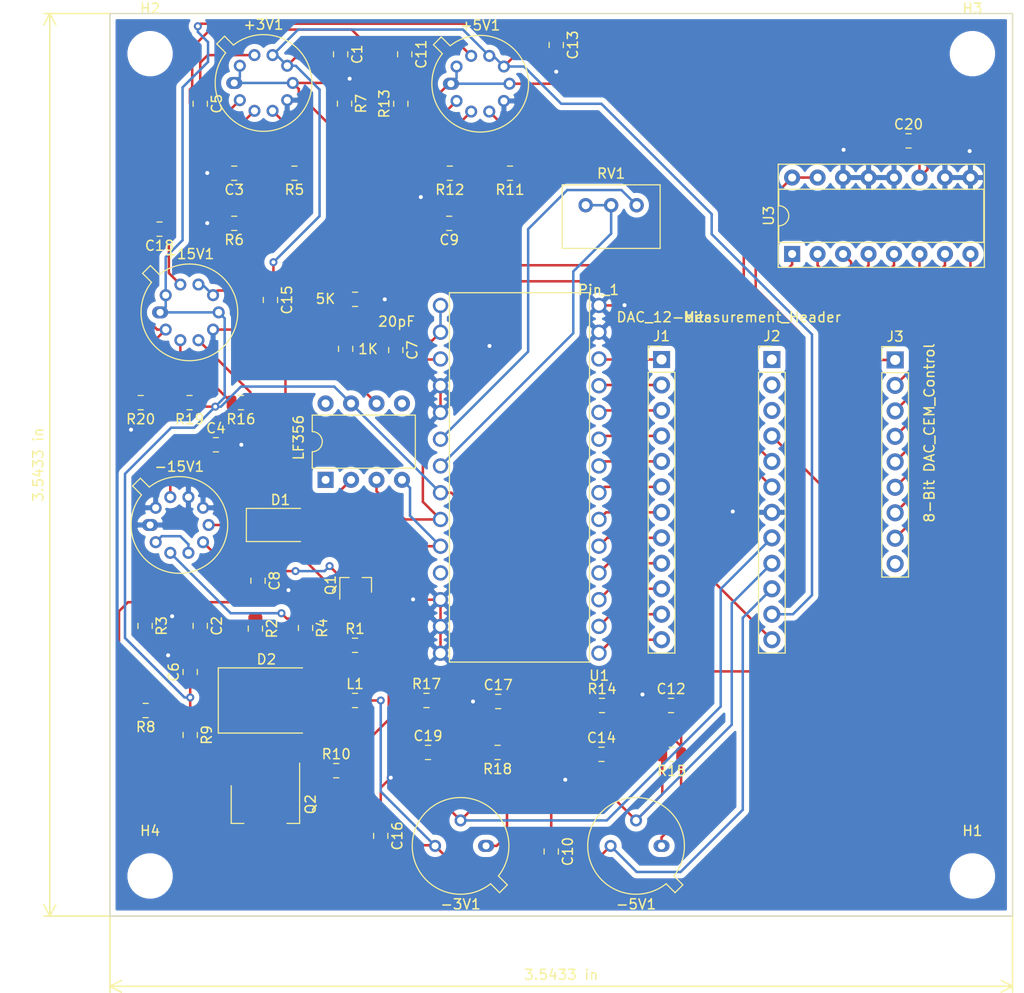
<source format=kicad_pcb>
(kicad_pcb (version 20171130) (host pcbnew "(5.1.4)-1")
  (layers (0 F.Cu signal) (31 B.Cu signal hide) (34 B.Paste user) (35 F.Paste user) (36 B.SilkS user) (37 F.SilkS user) (38 B.Mask user) (39 F.Mask user) (44 Edge.Cuts user))
  (net 0 "")
  (net 1 GND)
  (net 2 "Net-(C2-Pad2)")
  (net 3 /-15V)
  (net 4 /-5V)
  (net 5 /-3V)
  (net 6 /Vin)
  (net 7 "Net-(D1-Pad1)")
  (net 8 "Net-(D2-Pad1)")
  (net 9 /+5V)
  (net 10 /+3V)
  (net 11 /+15V)
  (net 12 "Net-(Q1-Pad2)")
  (net 13 "Net-(Q2-Pad1)")
  (net 14 "Net-(+15V1-Pad9)")
  (net 15 "Net-(+15V1-Pad4)")
  (net 16 "Net-(+3V1-Pad9)")
  (net 17 "Net-(+3V1-Pad4)")
  (net 18 "Net-(+3V1-Pad3)")
  (net 19 "Net-(+3V1-Pad2)")
  (net 20 "Net-(+5V1-Pad9)")
  (net 21 "Net-(+5V1-Pad4)")
  (net 22 "Net-(+5V1-Pad3)")
  (net 23 "Net-(+5V1-Pad2)")
  (net 24 "Net-(-15V1-Pad9)")
  (net 25 "Net-(-15V1-Pad6)")
  (net 26 "Net-(-15V1-Pad2)")
  (net 27 "Net-(-15V1-Pad3)")
  (net 28 "Net-(-3V1-Pad1)")
  (net 29 "Net-(-5V1-Pad1)")
  (net 30 "Net-(C7-Pad2)")
  (net 31 "Net-(RV1-Pad2)")
  (net 32 "Net-(RV1-Pad1)")
  (net 33 /Vout)
  (net 34 /MSP430_P2.3_Bit11)
  (net 35 /MSP430_P2.2_Bit10)
  (net 36 /MSP430_P2.1_Bit9)
  (net 37 /MSP430_P2.0_Bit8)
  (net 38 /MSP430_P1.7_Bit7)
  (net 39 /MSP430_P1.6_Bit6)
  (net 40 /MSP430_P1.5_Bit5)
  (net 41 /MSP430_P1.4_Bit4)
  (net 42 /MSP430_P1.3_Bit3)
  (net 43 /MSP430_P1.2_Bit2)
  (net 44 /MSP430_P1.1_Bit1)
  (net 45 /MSP430_P1.0_Bit0)
  (net 46 /MSP430_P2.7_cemMeasure)
  (net 47 /MSP430_P2.6_transistorBaseVoltage)
  (net 48 /MSP430_P2.5_filamentCurrent)
  (net 49 "Net-(R21-Pad2)")
  (net 50 /GridStack)
  (net 51 /MSP430_P2.4_ChipSel)
  (net 52 "Net-(U2-Pad8)")
  (net 53 "Net-(U2-Pad5)")
  (net 54 "Net-(U2-Pad1)")
  (net 55 "Net-(+15V1-Pad3)")
  (net 56 "Net-(+15V1-Pad2)")
  (net 57 /CEM_Trans_Base_Vol)
  (net 58 /MSP430_P3.3_Bit7)
  (net 59 /MSP430_P3.2_Bit6)
  (net 60 /MSP430_P3.1_Bit5)
  (net 61 /MSP430_P3.0_Bit4)
  (net 62 /MSP430_P2.7_Bit3)
  (net 63 /MSP430_P2.6_Bit2)
  (net 64 /MSP430_P2.5_Bit1)
  (net 65 /MSP430_P2.4_Bit0)
  (net 66 /Trans_Base_Vol)
  (module Capacitor_SMD:C_0805_2012Metric (layer F.Cu) (at 91.629 93.7)
    (fp_text reference C20 (at 0 -1.65) (layer F.SilkS))
    (fp_text value 0.1u)
    (pad 2 smd roundrect (at 0.9375 0) (size 0.975 1.4) (layers F.Cu F.Paste F.Mask) (net 11 /+15V))
    (pad 1 smd roundrect (at -0.9375 0) (size 0.975 1.4) (layers F.Cu F.Paste F.Mask) (net 1 GND))
  )
  (module Connector_PinHeader_2.54mm:PinHeader_1x09_P2.54mm_Vertical (layer F.Cu) (at 90.2955 115.544)
    (fp_text reference J3 (at 0 -2.33) (layer F.SilkS))
    (fp_text value "8-Bit DAC_CEM_Control" (at 3.4163 7.2771 90) (layer F.SilkS))
    (pad 9 thru_hole oval (at 0 20.32) (size 1.7 1.7) (drill 1) (layers *.Cu *.Mask) (net 57 /CEM_Trans_Base_Vol))
    (pad 8 thru_hole oval (at 0 17.78) (size 1.7 1.7) (drill 1) (layers *.Cu *.Mask) (net 58 /MSP430_P3.3_Bit7))
    (pad 7 thru_hole oval (at 0 15.24) (size 1.7 1.7) (drill 1) (layers *.Cu *.Mask) (net 59 /MSP430_P3.2_Bit6))
    (pad 6 thru_hole oval (at 0 12.7) (size 1.7 1.7) (drill 1) (layers *.Cu *.Mask) (net 60 /MSP430_P3.1_Bit5))
    (pad 5 thru_hole oval (at 0 10.16) (size 1.7 1.7) (drill 1) (layers *.Cu *.Mask) (net 61 /MSP430_P3.0_Bit4))
    (pad 4 thru_hole oval (at 0 7.62) (size 1.7 1.7) (drill 1) (layers *.Cu *.Mask) (net 62 /MSP430_P2.7_Bit3))
    (pad 3 thru_hole oval (at 0 5.08) (size 1.7 1.7) (drill 1) (layers *.Cu *.Mask) (net 63 /MSP430_P2.6_Bit2))
    (pad 2 thru_hole oval (at 0 2.54) (size 1.7 1.7) (drill 1) (layers *.Cu *.Mask) (net 64 /MSP430_P2.5_Bit1))
    (pad 1 thru_hole rect (at 0 0) (size 1.7 1.7) (drill 1) (layers *.Cu *.Mask) (net 65 /MSP430_P2.4_Bit0))
  )
  (module Potentiometer_THT:Potentiometer_Bourns_3299W_Vertical (layer F.Cu) (at 64.5145 100.1135)
    (fp_text reference RV1 (at -2.54 -3.16) (layer F.SilkS))
    (fp_text value 100)
    (pad 3 thru_hole circle (at -5.08 0) (size 1.44 1.44) (drill 0.8) (layers *.Cu *.Mask) (net 31 "Net-(RV1-Pad2)"))
    (pad 2 thru_hole circle (at -2.54 0) (size 1.44 1.44) (drill 0.8) (layers *.Cu *.Mask) (net 31 "Net-(RV1-Pad2)"))
    (pad 1 thru_hole circle (at 0 0) (size 1.44 1.44) (drill 0.8) (layers *.Cu *.Mask) (net 32 "Net-(RV1-Pad1)"))
  )
  (module Package_DIP:DIP-16_W7.62mm_Socket (layer F.Cu) (at 80.0212 104.9776 90)
    (fp_text reference U3 (at 3.81 -2.33 90) (layer F.SilkS))
    (fp_text value AD558JN)
    (pad 16 thru_hole oval (at 7.62 0 90) (size 1.6 1.6) (drill 0.8) (layers *.Cu *.Mask) (net 66 /Trans_Base_Vol))
    (pad 8 thru_hole oval (at 0 17.78 90) (size 1.6 1.6) (drill 0.8) (layers *.Cu *.Mask) (net 58 /MSP430_P3.3_Bit7))
    (pad 15 thru_hole oval (at 7.62 2.54 90) (size 1.6 1.6) (drill 0.8) (layers *.Cu *.Mask) (net 66 /Trans_Base_Vol))
    (pad 7 thru_hole oval (at 0 15.24 90) (size 1.6 1.6) (drill 0.8) (layers *.Cu *.Mask) (net 59 /MSP430_P3.2_Bit6))
    (pad 14 thru_hole oval (at 7.62 5.08 90) (size 1.6 1.6) (drill 0.8) (layers *.Cu *.Mask) (net 1 GND))
    (pad 6 thru_hole oval (at 0 12.7 90) (size 1.6 1.6) (drill 0.8) (layers *.Cu *.Mask) (net 60 /MSP430_P3.1_Bit5))
    (pad 13 thru_hole oval (at 7.62 7.62 90) (size 1.6 1.6) (drill 0.8) (layers *.Cu *.Mask) (net 1 GND))
    (pad 5 thru_hole oval (at 0 10.16 90) (size 1.6 1.6) (drill 0.8) (layers *.Cu *.Mask) (net 61 /MSP430_P3.0_Bit4))
    (pad 12 thru_hole oval (at 7.62 10.16 90) (size 1.6 1.6) (drill 0.8) (layers *.Cu *.Mask) (net 1 GND))
    (pad 4 thru_hole oval (at 0 7.62 90) (size 1.6 1.6) (drill 0.8) (layers *.Cu *.Mask) (net 62 /MSP430_P2.7_Bit3))
    (pad 11 thru_hole oval (at 7.62 12.7 90) (size 1.6 1.6) (drill 0.8) (layers *.Cu *.Mask) (net 11 /+15V))
    (pad 3 thru_hole oval (at 0 5.08 90) (size 1.6 1.6) (drill 0.8) (layers *.Cu *.Mask) (net 63 /MSP430_P2.6_Bit2))
    (pad 10 thru_hole oval (at 7.62 15.24 90) (size 1.6 1.6) (drill 0.8) (layers *.Cu *.Mask) (net 1 GND))
    (pad 2 thru_hole oval (at 0 2.54 90) (size 1.6 1.6) (drill 0.8) (layers *.Cu *.Mask) (net 64 /MSP430_P2.5_Bit1))
    (pad 9 thru_hole oval (at 7.62 17.78 90) (size 1.6 1.6) (drill 0.8) (layers *.Cu *.Mask) (net 1 GND))
    (pad 1 thru_hole rect (at 0 0 90) (size 1.6 1.6) (drill 0.8) (layers *.Cu *.Mask) (net 65 /MSP430_P2.4_Bit0))
  )
  (module Package_TO_SOT_THT:TO-100-10 (layer F.Cu) (at 17 110.8)
    (fp_text reference +15V1 (at 2.92 -5.82) (layer F.SilkS))
    (fp_text value LM723_TO100)
    (pad 10 thru_hole oval (at 0.55767 -1.716333) (size 1.2 1.2) (drill 0.7) (layers *.Cu *.Mask) (net 11 /+15V))
    (pad 9 thru_hole oval (at 2.01767 -2.777085) (size 1.2 1.2) (drill 0.7) (layers *.Cu *.Mask) (net 14 "Net-(+15V1-Pad9)"))
    (pad 8 thru_hole oval (at 3.82233 -2.777085) (size 1.2 1.2) (drill 0.7) (layers *.Cu *.Mask) (net 6 /Vin))
    (pad 7 thru_hole oval (at 5.28233 -1.716333) (size 1.2 1.2) (drill 0.7) (layers *.Cu *.Mask) (net 6 /Vin))
    (pad 6 thru_hole oval (at 5.84 0) (size 1.2 1.2) (drill 0.7) (layers *.Cu *.Mask) (net 11 /+15V))
    (pad 5 thru_hole oval (at 5.28233 1.716333) (size 1.2 1.2) (drill 0.7) (layers *.Cu *.Mask) (net 1 GND))
    (pad 4 thru_hole oval (at 3.82233 2.777085) (size 1.2 1.2) (drill 0.7) (layers *.Cu *.Mask) (net 15 "Net-(+15V1-Pad4)"))
    (pad 3 thru_hole oval (at 2.01767 2.777085) (size 1.2 1.2) (drill 0.7) (layers *.Cu *.Mask) (net 55 "Net-(+15V1-Pad3)"))
    (pad 2 thru_hole oval (at 0.55767 1.716333) (size 1.2 1.2) (drill 0.7) (layers *.Cu *.Mask) (net 56 "Net-(+15V1-Pad2)"))
    (pad 1 thru_hole oval (at 0 0) (size 1.6 1.2) (drill 0.7) (layers *.Cu *.Mask) (net 11 /+15V))
  )
  (module REDD_main_board:AD667_12-bit_DAC (layer F.Cu) (at 47.5 119 270)
    (fp_text reference U1 (at 28.0162 -13.2842 180) (layer F.SilkS))
    (fp_text value AD667)
    (pad 28 thru_hole circle (at 25.781 -13.26 270) (size 1.524 1.524) (drill 1.02) (layers *.Cu *.Mask) (net 34 /MSP430_P2.3_Bit11))
    (pad 27 thru_hole circle (at 23.114 -13.26 270) (size 1.524 1.524) (drill 1.02) (layers *.Cu *.Mask) (net 35 /MSP430_P2.2_Bit10))
    (pad 26 thru_hole circle (at 20.447 -13.26 270) (size 1.524 1.524) (drill 1.02) (layers *.Cu *.Mask) (net 36 /MSP430_P2.1_Bit9))
    (pad 25 thru_hole circle (at 17.78 -13.26 270) (size 1.524 1.524) (drill 1.02) (layers *.Cu *.Mask) (net 37 /MSP430_P2.0_Bit8))
    (pad 24 thru_hole circle (at 15.113 -13.26 270) (size 1.524 1.524) (drill 1.02) (layers *.Cu *.Mask) (net 38 /MSP430_P1.7_Bit7))
    (pad 23 thru_hole circle (at 12.446 -13.26 270) (size 1.524 1.524) (drill 1.02) (layers *.Cu *.Mask) (net 39 /MSP430_P1.6_Bit6))
    (pad 22 thru_hole circle (at 9.779 -13.26 270) (size 1.524 1.524) (drill 1.02) (layers *.Cu *.Mask) (net 40 /MSP430_P1.5_Bit5))
    (pad 21 thru_hole circle (at 7.112 -13.26 270) (size 1.524 1.524) (drill 1.02) (layers *.Cu *.Mask) (net 41 /MSP430_P1.4_Bit4))
    (pad 20 thru_hole circle (at 4.445 -13.26 270) (size 1.524 1.524) (drill 1.02) (layers *.Cu *.Mask) (net 42 /MSP430_P1.3_Bit3))
    (pad 19 thru_hole circle (at 1.778 -13.26 270) (size 1.524 1.524) (drill 1.02) (layers *.Cu *.Mask) (net 43 /MSP430_P1.2_Bit2))
    (pad 18 thru_hole circle (at -0.889 -13.26 270) (size 1.524 1.524) (drill 1.02) (layers *.Cu *.Mask) (net 44 /MSP430_P1.1_Bit1))
    (pad 17 thru_hole circle (at -3.556 -13.26 270) (size 1.524 1.524) (drill 1.02) (layers *.Cu *.Mask) (net 45 /MSP430_P1.0_Bit0))
    (pad 16 thru_hole circle (at -6.223 -13.26 270) (size 1.524 1.524) (drill 1.02) (layers *.Cu *.Mask) (net 1 GND))
    (pad 15 thru_hole circle (at -8.89 -13.26 270) (size 1.524 1.524) (drill 1.02) (layers *.Cu *.Mask) (net 1 GND))
    (pad 14 thru_hole circle (at 25.784 2.54 270) (size 1.524 1.524) (drill 1.02) (layers *.Cu *.Mask) (net 1 GND))
    (pad 13 thru_hole circle (at 23.117 2.54 270) (size 1.524 1.524) (drill 1.02) (layers *.Cu *.Mask) (net 1 GND))
    (pad 12 thru_hole circle (at 20.45 2.54 270) (size 1.524 1.524) (drill 1.02) (layers *.Cu *.Mask) (net 1 GND))
    (pad 11 thru_hole circle (at 17.783 2.54 270) (size 1.524 1.524) (drill 1.02) (layers *.Cu *.Mask) (net 51 /MSP430_P2.4_ChipSel))
    (pad 10 thru_hole circle (at 15.116 2.54 270) (size 1.524 1.524) (drill 1.02) (layers *.Cu *.Mask) (net 3 /-15V))
    (pad 9 thru_hole circle (at 12.449 2.54 270) (size 1.524 1.524) (drill 1.02) (layers *.Cu *.Mask) (net 33 /Vout))
    (pad 8 thru_hole circle (at 9.782 2.54 270) (size 1.524 1.524) (drill 1.02) (layers *.Cu *.Mask) (net 11 /+15V))
    (pad 7 thru_hole circle (at 7.115 2.54 270) (size 1.524 1.524) (drill 1.02) (layers *.Cu *.Mask) (net 31 "Net-(RV1-Pad2)"))
    (pad 6 thru_hole circle (at 4.448 2.54 270) (size 1.524 1.524) (drill 1.02) (layers *.Cu *.Mask) (net 32 "Net-(RV1-Pad1)"))
    (pad 5 thru_hole circle (at 1.781 2.54 270) (size 1.524 1.524) (drill 1.02) (layers *.Cu *.Mask) (net 1 GND))
    (pad 4 thru_hole circle (at -0.886 2.54 270) (size 1.524 1.524) (drill 1.02) (layers *.Cu *.Mask) (net 1 GND))
    (pad 3 thru_hole circle (at -3.553 2.54 270) (size 1.524 1.524) (drill 1.02) (layers *.Cu *.Mask) (net 30 "Net-(C7-Pad2)"))
    (pad 2 thru_hole circle (at -6.22 2.54 270) (size 1.524 1.524) (drill 1.02) (layers *.Cu *.Mask) (net 33 /Vout))
    (pad 1 thru_hole circle (at -8.89 2.54 270) (size 1.524 1.524) (drill 1.02) (layers *.Cu *.Mask) (net 33 /Vout))
  )
  (module Package_DIP:DIP-8_W7.62mm (layer F.Cu) (at 33.5 127.5 90)
    (fp_text reference U2)
    (fp_text value LF356 (at 4.2164 -2.6924 90) (layer F.SilkS))
    (pad 8 thru_hole oval (at 7.62 0 90) (size 1.6 1.6) (drill 0.8) (layers *.Cu *.Mask) (net 52 "Net-(U2-Pad8)"))
    (pad 4 thru_hole oval (at 0 7.62 90) (size 1.6 1.6) (drill 0.8) (layers *.Cu *.Mask) (net 3 /-15V))
    (pad 7 thru_hole oval (at 7.62 2.54 90) (size 1.6 1.6) (drill 0.8) (layers *.Cu *.Mask) (net 11 /+15V))
    (pad 3 thru_hole oval (at 0 5.08 90) (size 1.6 1.6) (drill 0.8) (layers *.Cu *.Mask) (net 33 /Vout))
    (pad 6 thru_hole oval (at 7.62 5.08 90) (size 1.6 1.6) (drill 0.8) (layers *.Cu *.Mask) (net 50 /GridStack))
    (pad 2 thru_hole oval (at 0 2.54 90) (size 1.6 1.6) (drill 0.8) (layers *.Cu *.Mask) (net 49 "Net-(R21-Pad2)"))
    (pad 5 thru_hole oval (at 7.62 7.62 90) (size 1.6 1.6) (drill 0.8) (layers *.Cu *.Mask) (net 53 "Net-(U2-Pad5)"))
    (pad 1 thru_hole rect (at 0 0 90) (size 1.6 1.6) (drill 0.8) (layers *.Cu *.Mask) (net 54 "Net-(U2-Pad1)"))
  )
  (module Resistor_SMD:R_0805_2012Metric (layer F.Cu) (at 35.5 114.4375 90)
    (fp_text reference R22)
    (fp_text value 1K (at -0.0231 2.2352 180) (layer F.SilkS))
    (pad 2 smd roundrect (at 0.9375 0 90) (size 0.975 1.4) (layers F.Cu F.Paste F.Mask) (net 49 "Net-(R21-Pad2)"))
    (pad 1 smd roundrect (at -0.9375 0 90) (size 0.975 1.4) (layers F.Cu F.Paste F.Mask) (net 50 /GridStack))
  )
  (module Resistor_SMD:R_0805_2012Metric (layer F.Cu) (at 36.4375 109.5 180)
    (fp_text reference R21)
    (fp_text value 5K (at 2.9487 0.0508) (layer F.SilkS))
    (pad 2 smd roundrect (at 0.9375 0 180) (size 0.975 1.4) (layers F.Cu F.Paste F.Mask) (net 49 "Net-(R21-Pad2)"))
    (pad 1 smd roundrect (at -0.9375 0 180) (size 0.975 1.4) (layers F.Cu F.Paste F.Mask) (net 1 GND))
  )
  (module Capacitor_SMD:C_0805_2012Metric (layer F.Cu) (at 40.5 114.5625 270)
    (fp_text reference C7 (at 0 -1.65 90) (layer F.SilkS))
    (fp_text value 20pF (at -2.8471 -0.0762 180) (layer F.SilkS))
    (pad 2 smd roundrect (at 0.9375 0 270) (size 0.975 1.4) (layers F.Cu F.Paste F.Mask) (net 30 "Net-(C7-Pad2)"))
    (pad 1 smd roundrect (at -0.9375 0 270) (size 0.975 1.4) (layers F.Cu F.Paste F.Mask) (net 33 /Vout))
  )
  (module Capacitor_SMD:C_0805_2012Metric (layer F.Cu) (at 22.5625 124)
    (fp_text reference C4 (at 0 -1.65) (layer F.SilkS))
    (fp_text value 15p)
    (pad 2 smd roundrect (at 0.9375 0) (size 0.975 1.4) (layers F.Cu F.Paste F.Mask) (net 1 GND))
    (pad 1 smd roundrect (at -0.9375 0) (size 0.975 1.4) (layers F.Cu F.Paste F.Mask) (net 24 "Net-(-15V1-Pad9)"))
  )
  (module MountingHole:MountingHole_3.5mm (layer F.Cu) (at 16 167)
    (fp_text reference H4 (at 0 -4.5) (layer F.SilkS))
    (fp_text value MountingHole)
    (pad 1 np_thru_hole circle (at 0 0) (size 3.5 3.5) (drill 3.5) (layers *.Cu *.Mask))
  )
  (module MountingHole:MountingHole_3.5mm (layer F.Cu) (at 98 85)
    (fp_text reference H3 (at 0 -4.5) (layer F.SilkS))
    (fp_text value MountingHole)
    (pad 1 np_thru_hole circle (at 0 0) (size 3.5 3.5) (drill 3.5) (layers *.Cu *.Mask))
  )
  (module MountingHole:MountingHole_3.5mm (layer F.Cu) (at 16 85)
    (fp_text reference H2 (at 0 -4.5) (layer F.SilkS))
    (fp_text value MountingHole hide)
    (pad 1 np_thru_hole circle (at 0 0) (size 3.5 3.5) (drill 3.5) (layers *.Cu *.Mask))
  )
  (module MountingHole:MountingHole_3.5mm (layer F.Cu) (at 98 167)
    (fp_text reference H1 (at 0 -4.5) (layer F.SilkS))
    (fp_text value MountingHole)
    (pad 1 np_thru_hole circle (at 0 0) (size 3.5 3.5) (drill 3.5) (layers *.Cu *.Mask))
  )
  (module Connector_PinHeader_2.54mm:PinHeader_1x12_P2.54mm_Vertical (layer F.Cu) (at 78 115.5)
    (fp_text reference J2 (at 0 -2.33) (layer F.SilkS))
    (fp_text value Measurement_Header (at -0.9652 -4.2164) (layer F.SilkS))
    (pad 12 thru_hole oval (at 0 27.94) (size 1.7 1.7) (drill 1) (layers *.Cu *.Mask) (net 50 /GridStack))
    (pad 11 thru_hole oval (at 0 25.4) (size 1.7 1.7) (drill 1) (layers *.Cu *.Mask) (net 6 /Vin))
    (pad 10 thru_hole oval (at 0 22.86) (size 1.7 1.7) (drill 1) (layers *.Cu *.Mask) (net 3 /-15V))
    (pad 9 thru_hole oval (at 0 20.32) (size 1.7 1.7) (drill 1) (layers *.Cu *.Mask) (net 4 /-5V))
    (pad 8 thru_hole oval (at 0 17.78) (size 1.7 1.7) (drill 1) (layers *.Cu *.Mask) (net 5 /-3V))
    (pad 7 thru_hole oval (at 0 15.24) (size 1.7 1.7) (drill 1) (layers *.Cu *.Mask) (net 1 GND))
    (pad 6 thru_hole oval (at 0 12.7) (size 1.7 1.7) (drill 1) (layers *.Cu *.Mask) (net 10 /+3V))
    (pad 5 thru_hole oval (at 0 10.16) (size 1.7 1.7) (drill 1) (layers *.Cu *.Mask) (net 9 /+5V))
    (pad 4 thru_hole oval (at 0 7.62) (size 1.7 1.7) (drill 1) (layers *.Cu *.Mask) (net 11 /+15V))
    (pad 3 thru_hole oval (at 0 5.08) (size 1.7 1.7) (drill 1) (layers *.Cu *.Mask) (net 46 /MSP430_P2.7_cemMeasure))
    (pad 2 thru_hole oval (at 0 2.54) (size 1.7 1.7) (drill 1) (layers *.Cu *.Mask) (net 47 /MSP430_P2.6_transistorBaseVoltage))
    (pad 1 thru_hole rect (at 0 0) (size 1.7 1.7) (drill 1) (layers *.Cu *.Mask) (net 48 /MSP430_P2.5_filamentCurrent))
  )
  (module Connector_PinHeader_2.54mm:PinHeader_1x12_P2.54mm_Vertical (layer F.Cu) (at 67 115.5)
    (fp_text reference J1 (at 0 -2.33) (layer F.SilkS))
    (fp_text value DAC_12-bits (at 0.2794 -4.2164) (layer F.SilkS))
    (pad 12 thru_hole oval (at 0 27.94) (size 1.7 1.7) (drill 1) (layers *.Cu *.Mask) (net 34 /MSP430_P2.3_Bit11))
    (pad 11 thru_hole oval (at 0 25.4) (size 1.7 1.7) (drill 1) (layers *.Cu *.Mask) (net 35 /MSP430_P2.2_Bit10))
    (pad 10 thru_hole oval (at 0 22.86) (size 1.7 1.7) (drill 1) (layers *.Cu *.Mask) (net 36 /MSP430_P2.1_Bit9))
    (pad 9 thru_hole oval (at 0 20.32) (size 1.7 1.7) (drill 1) (layers *.Cu *.Mask) (net 37 /MSP430_P2.0_Bit8))
    (pad 8 thru_hole oval (at 0 17.78) (size 1.7 1.7) (drill 1) (layers *.Cu *.Mask) (net 38 /MSP430_P1.7_Bit7))
    (pad 7 thru_hole oval (at 0 15.24) (size 1.7 1.7) (drill 1) (layers *.Cu *.Mask) (net 39 /MSP430_P1.6_Bit6))
    (pad 6 thru_hole oval (at 0 12.7) (size 1.7 1.7) (drill 1) (layers *.Cu *.Mask) (net 40 /MSP430_P1.5_Bit5))
    (pad 5 thru_hole oval (at 0 10.16) (size 1.7 1.7) (drill 1) (layers *.Cu *.Mask) (net 41 /MSP430_P1.4_Bit4))
    (pad 4 thru_hole oval (at 0 7.62) (size 1.7 1.7) (drill 1) (layers *.Cu *.Mask) (net 42 /MSP430_P1.3_Bit3))
    (pad 3 thru_hole oval (at 0 5.08) (size 1.7 1.7) (drill 1) (layers *.Cu *.Mask) (net 43 /MSP430_P1.2_Bit2))
    (pad 2 thru_hole oval (at 0 2.54) (size 1.7 1.7) (drill 1) (layers *.Cu *.Mask) (net 44 /MSP430_P1.1_Bit1))
    (pad 1 thru_hole rect (at 0 0) (size 1.7 1.7) (drill 1) (layers *.Cu *.Mask) (net 45 /MSP430_P1.0_Bit0))
  )
  (module Diode_SMD:D_SMC (layer F.Cu) (at 27.6 149.5)
    (fp_text reference D2 (at 0 -4.1 180) (layer F.SilkS))
    (fp_text value DIODE)
    (pad 1 smd rect (at 3.4 0 90) (size 3.3 2.5) (layers F.Cu F.Paste F.Mask) (net 8 "Net-(D2-Pad1)"))
    (pad 2 smd rect (at -3.4 0 90) (size 3.3 2.5) (layers F.Cu F.Paste F.Mask) (net 1 GND))
  )
  (module Diode_SMD:D_SMA (layer F.Cu) (at 29 132)
    (fp_text reference D1 (at 0 -2.5) (layer F.SilkS))
    (fp_text value DIODE)
    (pad 1 smd rect (at 2 0) (size 2.5 1.8) (layers F.Cu F.Paste F.Mask) (net 7 "Net-(D1-Pad1)"))
    (pad 2 smd rect (at -2 0) (size 2.5 1.8) (layers F.Cu F.Paste F.Mask) (net 25 "Net-(-15V1-Pad6)"))
  )
  (module Resistor_SMD:R_0805_2012Metric (layer F.Cu) (at 15.0625 119.8 180)
    (fp_text reference R20 (at 0 -1.65) (layer F.SilkS))
    (fp_text value 7.15K)
    (pad 2 smd roundrect (at 0.9375 0 180) (size 0.975 1.4) (layers F.Cu F.Paste F.Mask) (net 1 GND))
    (pad 1 smd roundrect (at -0.9375 0 180) (size 0.975 1.4) (layers F.Cu F.Paste F.Mask) (net 56 "Net-(+15V1-Pad2)"))
  )
  (module Resistor_SMD:R_0805_2012Metric (layer F.Cu) (at 19.9375 119.8 180)
    (fp_text reference R19 (at 0 -1.65) (layer F.SilkS))
    (fp_text value 7.87K)
    (pad 2 smd roundrect (at 0.9375 0 180) (size 0.975 1.4) (layers F.Cu F.Paste F.Mask) (net 56 "Net-(+15V1-Pad2)"))
    (pad 1 smd roundrect (at -0.9375 0 180) (size 0.975 1.4) (layers F.Cu F.Paste F.Mask) (net 11 /+15V))
  )
  (module Resistor_SMD:R_0805_2012Metric (layer F.Cu) (at 50.6508 154.6814 180)
    (fp_text reference R18 (at 0 -1.65) (layer F.SilkS))
    (fp_text value 100)
    (pad 2 smd roundrect (at 0.9375 0 180) (size 0.975 1.4) (layers F.Cu F.Paste F.Mask) (net 5 /-3V))
    (pad 1 smd roundrect (at -0.9375 0 180) (size 0.975 1.4) (layers F.Cu F.Paste F.Mask) (net 28 "Net-(-3V1-Pad1)"))
  )
  (module Resistor_SMD:R_0805_2012Metric (layer F.Cu) (at 43.5625 149.5)
    (fp_text reference R17 (at 0 -1.65) (layer F.SilkS))
    (fp_text value 140)
    (pad 2 smd roundrect (at 0.9375 0) (size 0.975 1.4) (layers F.Cu F.Paste F.Mask) (net 28 "Net-(-3V1-Pad1)"))
    (pad 1 smd roundrect (at -0.9375 0) (size 0.975 1.4) (layers F.Cu F.Paste F.Mask) (net 1 GND))
  )
  (module Resistor_SMD:R_0805_2012Metric (layer F.Cu) (at 25.0625 119.8 180)
    (fp_text reference R16 (at 0 -1.65) (layer F.SilkS))
    (fp_text value 3.746K)
    (pad 2 smd roundrect (at 0.9375 0 180) (size 0.975 1.4) (layers F.Cu F.Paste F.Mask) (net 55 "Net-(+15V1-Pad3)"))
    (pad 1 smd roundrect (at -0.9375 0 180) (size 0.975 1.4) (layers F.Cu F.Paste F.Mask) (net 15 "Net-(+15V1-Pad4)"))
  )
  (module Resistor_SMD:R_0805_2012Metric (layer F.Cu) (at 68.0133 154.8714 180)
    (fp_text reference R15 (at 0 -1.65) (layer F.SilkS))
    (fp_text value 100)
    (pad 2 smd roundrect (at 0.9375 0 180) (size 0.975 1.4) (layers F.Cu F.Paste F.Mask) (net 4 /-5V))
    (pad 1 smd roundrect (at -0.9375 0 180) (size 0.975 1.4) (layers F.Cu F.Paste F.Mask) (net 29 "Net-(-5V1-Pad1)"))
  )
  (module Resistor_SMD:R_0805_2012Metric (layer F.Cu) (at 61.0625 150)
    (fp_text reference R14 (at 0 -1.65) (layer F.SilkS))
    (fp_text value 298)
    (pad 2 smd roundrect (at 0.9375 0) (size 0.975 1.4) (layers F.Cu F.Paste F.Mask) (net 29 "Net-(-5V1-Pad1)"))
    (pad 1 smd roundrect (at -0.9375 0) (size 0.975 1.4) (layers F.Cu F.Paste F.Mask) (net 1 GND))
  )
  (module Resistor_SMD:R_0805_2012Metric (layer F.Cu) (at 41 90 90)
    (fp_text reference R13 (at 0 -1.65 90) (layer F.SilkS))
    (fp_text value 1.053K)
    (pad 2 smd roundrect (at 0.9375 0 90) (size 0.975 1.4) (layers F.Cu F.Paste F.Mask) (net 23 "Net-(+5V1-Pad2)"))
    (pad 1 smd roundrect (at -0.9375 0 90) (size 0.975 1.4) (layers F.Cu F.Paste F.Mask) (net 9 /+5V))
  )
  (module Resistor_SMD:R_0805_2012Metric (layer F.Cu) (at 45.8914 96.9238 180)
    (fp_text reference R12 (at 0 -1.65) (layer F.SilkS))
    (fp_text value 4.99K)
    (pad 2 smd roundrect (at 0.9375 0 180) (size 0.975 1.4) (layers F.Cu F.Paste F.Mask) (net 1 GND))
    (pad 1 smd roundrect (at -0.9375 0 180) (size 0.975 1.4) (layers F.Cu F.Paste F.Mask) (net 22 "Net-(+5V1-Pad3)"))
  )
  (module Resistor_SMD:R_0805_2012Metric (layer F.Cu) (at 51.8914 96.9238 180)
    (fp_text reference R11 (at 0 -1.65) (layer F.SilkS))
    (fp_text value 2.15K)
    (pad 2 smd roundrect (at 0.9375 0 180) (size 0.975 1.4) (layers F.Cu F.Paste F.Mask) (net 22 "Net-(+5V1-Pad3)"))
    (pad 1 smd roundrect (at -0.9375 0 180) (size 0.975 1.4) (layers F.Cu F.Paste F.Mask) (net 21 "Net-(+5V1-Pad4)"))
  )
  (module Resistor_SMD:R_0805_2012Metric (layer F.Cu) (at 34.5625 156.5)
    (fp_text reference R10 (at 0 -1.65) (layer F.SilkS))
    (fp_text value 220)
    (pad 2 smd roundrect (at 0.9375 0) (size 0.975 1.4) (layers F.Cu F.Paste F.Mask) (net 12 "Net-(Q1-Pad2)"))
    (pad 1 smd roundrect (at -0.9375 0) (size 0.975 1.4) (layers F.Cu F.Paste F.Mask) (net 13 "Net-(Q2-Pad1)"))
  )
  (module Resistor_SMD:R_0805_2012Metric (layer F.Cu) (at 20 152.9375 270)
    (fp_text reference R9 (at 0 -1.65 90) (layer F.SilkS))
    (fp_text value 100)
    (pad 2 smd roundrect (at 0.9375 0 270) (size 0.975 1.4) (layers F.Cu F.Paste F.Mask) (net 13 "Net-(Q2-Pad1)"))
    (pad 1 smd roundrect (at -0.9375 0 270) (size 0.975 1.4) (layers F.Cu F.Paste F.Mask) (net 11 /+15V))
  )
  (module Resistor_SMD:R_0805_2012Metric (layer F.Cu) (at 15.5625 150.5 180)
    (fp_text reference R8 (at 0 -1.65) (layer F.SilkS))
    (fp_text value 1K)
    (pad 2 smd roundrect (at 0.9375 0 180) (size 0.975 1.4) (layers F.Cu F.Paste F.Mask) (net 7 "Net-(D1-Pad1)"))
    (pad 1 smd roundrect (at -0.9375 0 180) (size 0.975 1.4) (layers F.Cu F.Paste F.Mask) (net 11 /+15V))
  )
  (module Resistor_SMD:R_0805_2012Metric (layer F.Cu) (at 35.3914 89.9863 270)
    (fp_text reference R7 (at 0 -1.65 90) (layer F.SilkS))
    (fp_text value 1.7K)
    (pad 2 smd roundrect (at 0.9375 0 270) (size 0.975 1.4) (layers F.Cu F.Paste F.Mask) (net 19 "Net-(+3V1-Pad2)"))
    (pad 1 smd roundrect (at -0.9375 0 270) (size 0.975 1.4) (layers F.Cu F.Paste F.Mask) (net 10 /+3V))
  )
  (module Resistor_SMD:R_0805_2012Metric (layer F.Cu) (at 24.3914 101.9238 180)
    (fp_text reference R6 (at 0 -1.65) (layer F.SilkS))
    (fp_text value 3.01K)
    (pad 2 smd roundrect (at 0.9375 0 180) (size 0.975 1.4) (layers F.Cu F.Paste F.Mask) (net 1 GND))
    (pad 1 smd roundrect (at -0.9375 0 180) (size 0.975 1.4) (layers F.Cu F.Paste F.Mask) (net 18 "Net-(+3V1-Pad3)"))
  )
  (module Resistor_SMD:R_0805_2012Metric (layer F.Cu) (at 30.3914 96.9238 180)
    (fp_text reference R5 (at 0 -1.65) (layer F.SilkS))
    (fp_text value 4.12K)
    (pad 2 smd roundrect (at 0.9375 0 180) (size 0.975 1.4) (layers F.Cu F.Paste F.Mask) (net 18 "Net-(+3V1-Pad3)"))
    (pad 1 smd roundrect (at -0.9375 0 180) (size 0.975 1.4) (layers F.Cu F.Paste F.Mask) (net 17 "Net-(+3V1-Pad4)"))
  )
  (module Resistor_SMD:R_0805_2012Metric (layer F.Cu) (at 31.5 142.2714 270)
    (fp_text reference R4 (at 0 -1.65 90) (layer F.SilkS))
    (fp_text value 1M)
    (pad 2 smd roundrect (at 0.9375 0 270) (size 0.975 1.4) (layers F.Cu F.Paste F.Mask) (net 8 "Net-(D2-Pad1)"))
    (pad 1 smd roundrect (at -0.9375 0 270) (size 0.975 1.4) (layers F.Cu F.Paste F.Mask) (net 27 "Net-(-15V1-Pad3)"))
  )
  (module Resistor_SMD:R_0805_2012Metric (layer F.Cu) (at 15.5 142.0625 270)
    (fp_text reference R3 (at 0 -1.65 90) (layer F.SilkS))
    (fp_text value 3.65K)
    (pad 2 smd roundrect (at 0.9375 0 270) (size 0.975 1.4) (layers F.Cu F.Paste F.Mask) (net 2 "Net-(C2-Pad2)"))
    (pad 1 smd roundrect (at -0.9375 0 270) (size 0.975 1.4) (layers F.Cu F.Paste F.Mask) (net 1 GND))
  )
  (module Resistor_SMD:R_0805_2012Metric (layer F.Cu) (at 26.5 142.3339 270)
    (fp_text reference R2 (at 0 -1.65 90) (layer F.SilkS))
    (fp_text value 1K)
    (pad 2 smd roundrect (at 0.9375 0 270) (size 0.975 1.4) (layers F.Cu F.Paste F.Mask) (net 2 "Net-(C2-Pad2)"))
    (pad 1 smd roundrect (at -0.9375 0 270) (size 0.975 1.4) (layers F.Cu F.Paste F.Mask) (net 27 "Net-(-15V1-Pad3)"))
  )
  (module Resistor_SMD:R_0805_2012Metric (layer F.Cu) (at 36.4375 144)
    (fp_text reference R1 (at 0 -1.65) (layer F.SilkS))
    (fp_text value 11.5K)
    (pad 2 smd roundrect (at 0.9375 0) (size 0.975 1.4) (layers F.Cu F.Paste F.Mask) (net 3 /-15V))
    (pad 1 smd roundrect (at -0.9375 0) (size 0.975 1.4) (layers F.Cu F.Paste F.Mask) (net 2 "Net-(C2-Pad2)"))
  )
  (module Package_TO_SOT_SMD:SOT-223 (layer F.Cu) (at 27.5 159.85 270)
    (fp_text reference Q2 (at 0 -4.5 90) (layer F.SilkS))
    (fp_text value Q_NPN_BCE)
    (pad 1 smd rect (at -3.15 -2.3 270) (size 2 1.5) (layers F.Cu F.Paste F.Mask) (net 13 "Net-(Q2-Pad1)"))
    (pad 3 smd rect (at -3.15 2.3 270) (size 2 1.5) (layers F.Cu F.Paste F.Mask) (net 11 /+15V))
    (pad 2 smd rect (at -3.15 0 270) (size 2 1.5) (layers F.Cu F.Paste F.Mask) (net 8 "Net-(D2-Pad1)"))
    (pad 4 smd rect (at 3.15 0 270) (size 2 3.8) (layers F.Cu F.Paste F.Mask))
  )
  (module Package_TO_SOT_SMD:SOT-23 (layer F.Cu) (at 36.5 138 90)
    (fp_text reference Q1 (at 0 -2.5 90) (layer F.SilkS))
    (fp_text value Q_PNP_BCE)
    (pad 3 smd rect (at 1 0 90) (size 0.9 0.8) (layers F.Cu F.Paste F.Mask) (net 3 /-15V))
    (pad 2 smd rect (at -1 0.95 90) (size 0.9 0.8) (layers F.Cu F.Paste F.Mask) (net 12 "Net-(Q1-Pad2)"))
    (pad 1 smd rect (at -1 -0.95 90) (size 0.9 0.8) (layers F.Cu F.Paste F.Mask) (net 7 "Net-(D1-Pad1)"))
  )
  (module Inductor_SMD:L_0805_2012Metric (layer F.Cu) (at 36.4375 149.5)
    (fp_text reference L1 (at 0 -1.65) (layer F.SilkS))
    (fp_text value 1.2m)
    (pad 2 smd roundrect (at 0.9375 0) (size 0.975 1.4) (layers F.Cu F.Paste F.Mask) (net 3 /-15V))
    (pad 1 smd roundrect (at -0.9375 0) (size 0.975 1.4) (layers F.Cu F.Paste F.Mask) (net 8 "Net-(D2-Pad1)"))
  )
  (module Capacitor_SMD:C_0805_2012Metric (layer F.Cu) (at 43.7133 154.6814)
    (fp_text reference C19 (at 0 -1.65) (layer F.SilkS))
    (fp_text value 10u)
    (pad 2 smd roundrect (at 0.9375 0) (size 0.975 1.4) (layers F.Cu F.Paste F.Mask) (net 5 /-3V))
    (pad 1 smd roundrect (at -0.9375 0) (size 0.975 1.4) (layers F.Cu F.Paste F.Mask) (net 1 GND))
  )
  (module Capacitor_SMD:C_0805_2012Metric (layer F.Cu) (at 16.9375 102.5 180)
    (fp_text reference C18 (at 0 -1.65) (layer F.SilkS))
    (fp_text value 100p)
    (pad 2 smd roundrect (at 0.9375 0 180) (size 0.975 1.4) (layers F.Cu F.Paste F.Mask) (net 56 "Net-(+15V1-Pad2)"))
    (pad 1 smd roundrect (at -0.9375 0 180) (size 0.975 1.4) (layers F.Cu F.Paste F.Mask) (net 14 "Net-(+15V1-Pad9)"))
  )
  (module Capacitor_SMD:C_0805_2012Metric (layer F.Cu) (at 50.7133 149.6014)
    (fp_text reference C17 (at 0 -1.65) (layer F.SilkS))
    (fp_text value 10u)
    (pad 2 smd roundrect (at 0.9375 0) (size 0.975 1.4) (layers F.Cu F.Paste F.Mask) (net 28 "Net-(-3V1-Pad1)"))
    (pad 1 smd roundrect (at -0.9375 0) (size 0.975 1.4) (layers F.Cu F.Paste F.Mask) (net 1 GND))
  )
  (module Capacitor_SMD:C_0805_2012Metric (layer F.Cu) (at 39 163 270)
    (fp_text reference C16 (at 0 -1.65 90) (layer F.SilkS))
    (fp_text value 5u)
    (pad 2 smd roundrect (at 0.9375 0 270) (size 0.975 1.4) (layers F.Cu F.Paste F.Mask) (net 3 /-15V))
    (pad 1 smd roundrect (at -0.9375 0 270) (size 0.975 1.4) (layers F.Cu F.Paste F.Mask) (net 1 GND))
  )
  (module Capacitor_SMD:C_0805_2012Metric (layer F.Cu) (at 28 109.5625 270)
    (fp_text reference C15 (at 0 -1.65 90) (layer F.SilkS))
    (fp_text value 5u)
    (pad 2 smd roundrect (at 0.9375 0 270) (size 0.975 1.4) (layers F.Cu F.Paste F.Mask) (net 1 GND))
    (pad 1 smd roundrect (at -0.9375 0 270) (size 0.975 1.4) (layers F.Cu F.Paste F.Mask) (net 6 /Vin))
  )
  (module Capacitor_SMD:C_0805_2012Metric (layer F.Cu) (at 61.0133 154.8714)
    (fp_text reference C14 (at 0 -1.65) (layer F.SilkS))
    (fp_text value 10u)
    (pad 2 smd roundrect (at 0.9375 0) (size 0.975 1.4) (layers F.Cu F.Paste F.Mask) (net 4 /-5V))
    (pad 1 smd roundrect (at -0.9375 0) (size 0.975 1.4) (layers F.Cu F.Paste F.Mask) (net 1 GND))
  )
  (module Capacitor_SMD:C_0805_2012Metric (layer F.Cu) (at 56.5 84.1375 270)
    (fp_text reference C13 (at 0 -1.65 90) (layer F.SilkS))
    (fp_text value 5u)
    (pad 2 smd roundrect (at 0.9375 0 270) (size 0.975 1.4) (layers F.Cu F.Paste F.Mask) (net 1 GND))
    (pad 1 smd roundrect (at -0.9375 0 270) (size 0.975 1.4) (layers F.Cu F.Paste F.Mask) (net 6 /Vin))
  )
  (module Capacitor_SMD:C_0805_2012Metric (layer F.Cu) (at 67.9508 150)
    (fp_text reference C12 (at 0 -1.65) (layer F.SilkS))
    (fp_text value 10u)
    (pad 2 smd roundrect (at 0.9375 0) (size 0.975 1.4) (layers F.Cu F.Paste F.Mask) (net 29 "Net-(-5V1-Pad1)"))
    (pad 1 smd roundrect (at -0.9375 0) (size 0.975 1.4) (layers F.Cu F.Paste F.Mask) (net 1 GND))
  )
  (module Capacitor_SMD:C_0805_2012Metric (layer F.Cu) (at 41.3914 85.0625 270)
    (fp_text reference C11 (at 0 -1.65 90) (layer F.SilkS))
    (fp_text value 100p)
    (pad 2 smd roundrect (at 0.9375 0 270) (size 0.975 1.4) (layers F.Cu F.Paste F.Mask) (net 23 "Net-(+5V1-Pad2)"))
    (pad 1 smd roundrect (at -0.9375 0 270) (size 0.975 1.4) (layers F.Cu F.Paste F.Mask) (net 20 "Net-(+5V1-Pad9)"))
  )
  (module Capacitor_SMD:C_0805_2012Metric (layer F.Cu) (at 56 164.5625 270)
    (fp_text reference C10 (at 0 -1.65 90) (layer F.SilkS))
    (fp_text value 5u)
    (pad 2 smd roundrect (at 0.9375 0 270) (size 0.975 1.4) (layers F.Cu F.Paste F.Mask) (net 3 /-15V))
    (pad 1 smd roundrect (at -0.9375 0 270) (size 0.975 1.4) (layers F.Cu F.Paste F.Mask) (net 1 GND))
  )
  (module Capacitor_SMD:C_0805_2012Metric (layer F.Cu) (at 45.8289 101.9238 180)
    (fp_text reference C9 (at 0 -1.65) (layer F.SilkS))
    (fp_text value 5u)
    (pad 2 smd roundrect (at 0.9375 0 180) (size 0.975 1.4) (layers F.Cu F.Paste F.Mask) (net 1 GND))
    (pad 1 smd roundrect (at -0.9375 0 180) (size 0.975 1.4) (layers F.Cu F.Paste F.Mask) (net 22 "Net-(+5V1-Pad3)"))
  )
  (module Capacitor_SMD:C_0805_2012Metric (layer F.Cu) (at 26.7625 137.5625 270)
    (fp_text reference C8 (at 0 -1.65 90) (layer F.SilkS))
    (fp_text value 100u)
    (pad 2 smd roundrect (at 0.9375 0 270) (size 0.975 1.4) (layers F.Cu F.Paste F.Mask) (net 1 GND))
    (pad 1 smd roundrect (at -0.9375 0 270) (size 0.975 1.4) (layers F.Cu F.Paste F.Mask) (net 3 /-15V))
  )
  (module Capacitor_SMD:C_0805_2012Metric (layer F.Cu) (at 20 146.6625 90)
    (fp_text reference C6 (at 0 -1.65 90) (layer F.SilkS))
    (fp_text value 5u)
    (pad 2 smd roundrect (at 0.9375 0 90) (size 0.975 1.4) (layers F.Cu F.Paste F.Mask) (net 1 GND))
    (pad 1 smd roundrect (at -0.9375 0 90) (size 0.975 1.4) (layers F.Cu F.Paste F.Mask) (net 11 /+15V))
  )
  (module Capacitor_SMD:C_0805_2012Metric (layer F.Cu) (at 21 90 270)
    (fp_text reference C5 (at 0 -1.65 90) (layer F.SilkS))
    (fp_text value 100p)
    (pad 2 smd roundrect (at 0.9375 0 270) (size 0.975 1.4) (layers F.Cu F.Paste F.Mask) (net 19 "Net-(+3V1-Pad2)"))
    (pad 1 smd roundrect (at -0.9375 0 270) (size 0.975 1.4) (layers F.Cu F.Paste F.Mask) (net 16 "Net-(+3V1-Pad9)"))
  )
  (module Capacitor_SMD:C_0805_2012Metric (layer F.Cu) (at 24.3914 96.9238 180)
    (fp_text reference C3 (at 0 -1.65) (layer F.SilkS))
    (fp_text value 5u)
    (pad 2 smd roundrect (at 0.9375 0 180) (size 0.975 1.4) (layers F.Cu F.Paste F.Mask) (net 1 GND))
    (pad 1 smd roundrect (at -0.9375 0 180) (size 0.975 1.4) (layers F.Cu F.Paste F.Mask) (net 18 "Net-(+3V1-Pad3)"))
  )
  (module Capacitor_SMD:C_0805_2012Metric (layer F.Cu) (at 21 142.0625 270)
    (fp_text reference C2 (at 0 -1.65 90) (layer F.SilkS))
    (fp_text value .1u)
    (pad 2 smd roundrect (at 0.9375 0 270) (size 0.975 1.4) (layers F.Cu F.Paste F.Mask) (net 2 "Net-(C2-Pad2)"))
    (pad 1 smd roundrect (at -0.9375 0 270) (size 0.975 1.4) (layers F.Cu F.Paste F.Mask) (net 1 GND))
  )
  (module Capacitor_SMD:C_0805_2012Metric (layer F.Cu) (at 35 85.0625 270)
    (fp_text reference C1 (at 0 -1.65 90) (layer F.SilkS))
    (fp_text value 5u)
    (pad 2 smd roundrect (at 0.9375 0 270) (size 0.975 1.4) (layers F.Cu F.Paste F.Mask) (net 1 GND))
    (pad 1 smd roundrect (at -0.9375 0 270) (size 0.975 1.4) (layers F.Cu F.Paste F.Mask) (net 6 /Vin))
  )
  (module Package_TO_SOT_THT:TO-39-3 (layer F.Cu) (at 67 164 180)
    (fp_text reference -5V1 (at 2.54 -5.82) (layer F.SilkS))
    (fp_text value LM137_TO3)
    (pad 3 thru_hole oval (at 5.08 0 180) (size 1.2 1.2) (drill 0.7) (layers *.Cu *.Mask) (net 3 /-15V))
    (pad 2 thru_hole oval (at 2.54 2.54 180) (size 1.2 1.2) (drill 0.7) (layers *.Cu *.Mask) (net 4 /-5V))
    (pad 1 thru_hole oval (at 0 0 180) (size 1.6 1.2) (drill 0.7) (layers *.Cu *.Mask) (net 29 "Net-(-5V1-Pad1)"))
  )
  (module Package_TO_SOT_THT:TO-39-3 (layer F.Cu) (at 49.5 164 180)
    (fp_text reference -3V1 (at 2.54 -5.82) (layer F.SilkS))
    (fp_text value LM137_TO3)
    (pad 3 thru_hole oval (at 5.08 0 180) (size 1.2 1.2) (drill 0.7) (layers *.Cu *.Mask) (net 3 /-15V))
    (pad 2 thru_hole oval (at 2.54 2.54 180) (size 1.2 1.2) (drill 0.7) (layers *.Cu *.Mask) (net 5 /-3V))
    (pad 1 thru_hole oval (at 0 0 180) (size 1.6 1.2) (drill 0.7) (layers *.Cu *.Mask) (net 28 "Net-(-3V1-Pad1)"))
  )
  (module Package_TO_SOT_THT:TO-100-10 (layer F.Cu) (at 16 132)
    (fp_text reference -15V1 (at 2.92 -5.82) (layer F.SilkS))
    (fp_text value LM723_TO100)
    (pad 10 thru_hole oval (at 0.55767 -1.716333) (size 1.2 1.2) (drill 0.7) (layers *.Cu *.Mask) (net 1 GND))
    (pad 9 thru_hole oval (at 2.01767 -2.777085) (size 1.2 1.2) (drill 0.7) (layers *.Cu *.Mask) (net 24 "Net-(-15V1-Pad9)"))
    (pad 8 thru_hole oval (at 3.82233 -2.777085) (size 1.2 1.2) (drill 0.7) (layers *.Cu *.Mask) (net 1 GND))
    (pad 7 thru_hole oval (at 5.28233 -1.716333) (size 1.2 1.2) (drill 0.7) (layers *.Cu *.Mask) (net 1 GND))
    (pad 6 thru_hole oval (at 5.84 0) (size 1.2 1.2) (drill 0.7) (layers *.Cu *.Mask) (net 25 "Net-(-15V1-Pad6)"))
    (pad 5 thru_hole oval (at 5.28233 1.716333) (size 1.2 1.2) (drill 0.7) (layers *.Cu *.Mask) (net 3 /-15V))
    (pad 4 thru_hole oval (at 3.82233 2.777085) (size 1.2 1.2) (drill 0.7) (layers *.Cu *.Mask) (net 26 "Net-(-15V1-Pad2)"))
    (pad 3 thru_hole oval (at 2.01767 2.777085) (size 1.2 1.2) (drill 0.7) (layers *.Cu *.Mask) (net 27 "Net-(-15V1-Pad3)"))
    (pad 2 thru_hole oval (at 0.55767 1.716333) (size 1.2 1.2) (drill 0.7) (layers *.Cu *.Mask) (net 26 "Net-(-15V1-Pad2)"))
    (pad 1 thru_hole oval (at 0 0) (size 1.6 1.2) (drill 0.7) (layers *.Cu *.Mask) (net 1 GND))
  )
  (module Package_TO_SOT_THT:TO-100-10 (layer F.Cu) (at 46 88)
    (fp_text reference +5V1 (at 2.92 -5.82) (layer F.SilkS))
    (fp_text value LM723_TO100)
    (pad 10 thru_hole oval (at 0.55767 -1.716333) (size 1.2 1.2) (drill 0.7) (layers *.Cu *.Mask) (net 9 /+5V))
    (pad 9 thru_hole oval (at 2.01767 -2.777085) (size 1.2 1.2) (drill 0.7) (layers *.Cu *.Mask) (net 20 "Net-(+5V1-Pad9)"))
    (pad 8 thru_hole oval (at 3.82233 -2.777085) (size 1.2 1.2) (drill 0.7) (layers *.Cu *.Mask) (net 6 /Vin))
    (pad 7 thru_hole oval (at 5.28233 -1.716333) (size 1.2 1.2) (drill 0.7) (layers *.Cu *.Mask) (net 6 /Vin))
    (pad 6 thru_hole oval (at 5.84 0) (size 1.2 1.2) (drill 0.7) (layers *.Cu *.Mask) (net 9 /+5V))
    (pad 5 thru_hole oval (at 5.28233 1.716333) (size 1.2 1.2) (drill 0.7) (layers *.Cu *.Mask) (net 1 GND))
    (pad 4 thru_hole oval (at 3.82233 2.777085) (size 1.2 1.2) (drill 0.7) (layers *.Cu *.Mask) (net 21 "Net-(+5V1-Pad4)"))
    (pad 3 thru_hole oval (at 2.01767 2.777085) (size 1.2 1.2) (drill 0.7) (layers *.Cu *.Mask) (net 22 "Net-(+5V1-Pad3)"))
    (pad 2 thru_hole oval (at 0.55767 1.716333) (size 1.2 1.2) (drill 0.7) (layers *.Cu *.Mask) (net 23 "Net-(+5V1-Pad2)"))
    (pad 1 thru_hole oval (at 0 0) (size 1.6 1.2) (drill 0.7) (layers *.Cu *.Mask) (net 9 /+5V))
  )
  (module Package_TO_SOT_THT:TO-100-10 (layer F.Cu) (at 24.3914 87.9238)
    (fp_text reference +3V1 (at 2.92 -5.82) (layer F.SilkS))
    (fp_text value LM723_TO100)
    (pad 10 thru_hole oval (at 0.55767 -1.716333) (size 1.2 1.2) (drill 0.7) (layers *.Cu *.Mask) (net 10 /+3V))
    (pad 9 thru_hole oval (at 2.01767 -2.777085) (size 1.2 1.2) (drill 0.7) (layers *.Cu *.Mask) (net 16 "Net-(+3V1-Pad9)"))
    (pad 8 thru_hole oval (at 3.82233 -2.777085) (size 1.2 1.2) (drill 0.7) (layers *.Cu *.Mask) (net 6 /Vin))
    (pad 7 thru_hole oval (at 5.28233 -1.716333) (size 1.2 1.2) (drill 0.7) (layers *.Cu *.Mask) (net 6 /Vin))
    (pad 6 thru_hole oval (at 5.84 0) (size 1.2 1.2) (drill 0.7) (layers *.Cu *.Mask) (net 10 /+3V))
    (pad 5 thru_hole oval (at 5.28233 1.716333) (size 1.2 1.2) (drill 0.7) (layers *.Cu *.Mask) (net 1 GND))
    (pad 4 thru_hole oval (at 3.82233 2.777085) (size 1.2 1.2) (drill 0.7) (layers *.Cu *.Mask) (net 17 "Net-(+3V1-Pad4)"))
    (pad 3 thru_hole oval (at 2.01767 2.777085) (size 1.2 1.2) (drill 0.7) (layers *.Cu *.Mask) (net 18 "Net-(+3V1-Pad3)"))
    (pad 2 thru_hole oval (at 0.55767 1.716333) (size 1.2 1.2) (drill 0.7) (layers *.Cu *.Mask) (net 19 "Net-(+3V1-Pad2)"))
    (pad 1 thru_hole oval (at 0 0) (size 1.6 1.2) (drill 0.7) (layers *.Cu *.Mask) (net 10 /+3V))
  )
  (gr_line (start 12 81) (end 102 81) (layer Edge.Cuts) (width 0.1))
  (dimension 90 (width 0.15) (layer F.SilkS) (gr_text "90.000 mm" (at 4.7 126 90) (layer F.SilkS) (effects (font (size 1 1) (thickness 0.15)))) (feature1 (pts (xy 12 81) (xy 5.413579 81))) (feature2 (pts (xy 12 171) (xy 5.413579 171))) (crossbar (pts (xy 6 171) (xy 6 81))) (arrow1a (pts (xy 6 81) (xy 6.586421 82.126504))) (arrow1b (pts (xy 6 81) (xy 5.413579 82.126504))) (arrow2a (pts (xy 6 171) (xy 6.586421 169.873496))) (arrow2b (pts (xy 6 171) (xy 5.413579 169.873496))))
  (dimension 90 (width 0.15) (layer F.SilkS) (gr_text "90.000 mm" (at 57 179.3) (layer F.SilkS) (effects (font (size 1 1) (thickness 0.15)))) (feature1 (pts (xy 102 171) (xy 102 178.586421))) (feature2 (pts (xy 12 171) (xy 12 178.586421))) (crossbar (pts (xy 12 178) (xy 102 178))) (arrow1a (pts (xy 102 178) (xy 100.873496 178.586421))) (arrow1b (pts (xy 102 178) (xy 100.873496 177.413579))) (arrow2a (pts (xy 12 178) (xy 13.126504 178.586421))) (arrow2b (pts (xy 12 178) (xy 13.126504 177.413579))))
  (gr_line (start 102 171) (end 102 81) (layer Edge.Cuts) (width 0.1))
  (gr_line (start 12 171) (end 102 171) (layer Edge.Cuts) (width 0.1))
  (gr_line (start 12 81) (end 12 171) (layer Edge.Cuts) (width 0.1))
  (gr_line (start 102 81) (end 12 81) (layer F.SilkS) (width 0.15))
  (gr_line (start 102 171) (end 102 81) (layer F.SilkS) (width 0.15))
  (gr_line (start 12 171) (end 102 171) (layer F.SilkS) (width 0.15))
  (gr_line (start 12 81) (end 12 171) (layer F.SilkS) (width 0.15))
  (gr_text "Pin_1\n" (at 60.7172 108.559) (layer F.SilkS) (effects (font (size 1 1))))
  (via (at 35.9 87.5) (size 0.8) (drill 0.4) (layers F.Cu B.Cu) (net 1))
  (segment (start 35 86) (end 35 86.6) (width 0.25) (layer F.Cu) (net 1))
  (segment (start 35 86.6) (end 35.9 87.5) (width 0.25) (layer F.Cu) (net 1))
  (via (at 21.7 96.9) (size 0.8) (drill 0.4) (layers F.Cu B.Cu) (net 1))
  (segment (start 23.4539 96.9238) (end 21.7238 96.9238) (width 0.25) (layer F.Cu) (net 1))
  (segment (start 21.7238 96.9238) (end 21.7 96.9) (width 0.25) (layer F.Cu) (net 1))
  (via (at 21.7 101.9) (size 0.8) (drill 0.4) (layers F.Cu B.Cu) (net 1))
  (segment (start 23.4539 101.9238) (end 21.7238 101.9238) (width 0.25) (layer F.Cu) (net 1))
  (segment (start 21.7238 101.9238) (end 21.7 101.9) (width 0.25) (layer F.Cu) (net 1))
  (via (at 14.1 122.5) (size 0.8) (drill 0.4) (layers F.Cu B.Cu) (net 1))
  (segment (start 14.125 119.8) (end 14.125 122.475) (width 0.25) (layer F.Cu) (net 1))
  (segment (start 14.125 122.475) (end 14.1 122.5) (width 0.25) (layer F.Cu) (net 1))
  (via (at 18.2 141.1) (size 0.8) (drill 0.4) (layers F.Cu B.Cu) (net 1))
  (segment (start 15.5 141.125) (end 18.175 141.125) (width 0.25) (layer F.Cu) (net 1))
  (segment (start 18.175 141.125) (end 18.2 141.1) (width 0.25) (layer F.Cu) (net 1))
  (segment (start 18.2 141.1) (end 18.8 141.1) (width 0.25) (layer B.Cu) (net 1))
  (segment (start 18.225 141.125) (end 18.2 141.1) (width 0.25) (layer F.Cu) (net 1))
  (segment (start 21 141.125) (end 18.225 141.125) (width 0.25) (layer F.Cu) (net 1))
  (via (at 29.8 138.5) (size 0.8) (drill 0.4) (layers F.Cu B.Cu) (net 1))
  (segment (start 26.7625 138.5) (end 29.8 138.5) (width 0.25) (layer F.Cu) (net 1))
  (via (at 17.8 145) (size 0.8) (drill 0.4) (layers F.Cu B.Cu) (net 1))
  (segment (start 20 145.725) (end 18.525 145.725) (width 0.25) (layer F.Cu) (net 1))
  (segment (start 18.525 145.725) (end 17.8 145) (width 0.25) (layer F.Cu) (net 1))
  (segment (start 20.8 145.725) (end 20 145.725) (width 0.25) (layer F.Cu) (net 1))
  (segment (start 20.825 145.725) (end 20.8 145.725) (width 0.25) (layer F.Cu) (net 1))
  (segment (start 24.2 149.1) (end 20.825 145.725) (width 0.25) (layer F.Cu) (net 1))
  (segment (start 24.2 149.5) (end 24.2 149.1) (width 0.25) (layer F.Cu) (net 1))
  (segment (start 42.625 154.5306) (end 42.7758 154.6814) (width 0.25) (layer F.Cu) (net 1))
  (segment (start 42.625 149.5) (end 42.625 154.5306) (width 0.25) (layer F.Cu) (net 1))
  (segment (start 39 158.4572) (end 39 162.0625) (width 0.25) (layer F.Cu) (net 1))
  (via (at 40 157.2) (size 0.8) (drill 0.4) (layers F.Cu B.Cu) (net 1))
  (segment (start 39 158.4572) (end 39 158.2) (width 0.25) (layer F.Cu) (net 1))
  (segment (start 39 158.2) (end 40 157.2) (width 0.25) (layer F.Cu) (net 1))
  (segment (start 42.5186 154.6814) (end 42.7758 154.6814) (width 0.25) (layer F.Cu) (net 1))
  (segment (start 40 157.2) (end 42.5186 154.6814) (width 0.25) (layer F.Cu) (net 1))
  (via (at 48.2 149.6) (size 0.8) (drill 0.4) (layers F.Cu B.Cu) (net 1))
  (segment (start 49.7758 149.6014) (end 48.2014 149.6014) (width 0.25) (layer F.Cu) (net 1))
  (segment (start 48.2014 149.6014) (end 48.2 149.6) (width 0.25) (layer F.Cu) (net 1))
  (segment (start 60.125 154.8222) (end 60.0758 154.8714) (width 0.25) (layer F.Cu) (net 1))
  (segment (start 60.125 150) (end 60.125 154.8222) (width 0.25) (layer F.Cu) (net 1))
  (segment (start 56 158.9472) (end 56 163.625) (width 0.25) (layer F.Cu) (net 1))
  (via (at 57.4 157.4) (size 0.8) (drill 0.4) (layers F.Cu B.Cu) (net 1))
  (segment (start 56 158.9472) (end 56 158.8) (width 0.25) (layer F.Cu) (net 1))
  (segment (start 56 158.8) (end 57.4 157.4) (width 0.25) (layer F.Cu) (net 1))
  (segment (start 59.9286 154.8714) (end 60.0758 154.8714) (width 0.25) (layer F.Cu) (net 1))
  (segment (start 57.4 157.4) (end 59.9286 154.8714) (width 0.25) (layer F.Cu) (net 1))
  (via (at 65.1 148.9) (size 0.8) (drill 0.4) (layers F.Cu B.Cu) (net 1))
  (segment (start 67.0133 150) (end 66.2 150) (width 0.25) (layer F.Cu) (net 1))
  (segment (start 66.2 150) (end 65.1 148.9) (width 0.25) (layer F.Cu) (net 1))
  (via (at 43 99.3) (size 0.8) (drill 0.4) (layers F.Cu B.Cu) (net 1))
  (segment (start 44.8914 101.9238) (end 43 100.0324) (width 0.25) (layer F.Cu) (net 1))
  (segment (start 43 100.0324) (end 43 99.3) (width 0.25) (layer F.Cu) (net 1))
  (segment (start 44.9539 97.3461) (end 44.9539 96.9238) (width 0.25) (layer F.Cu) (net 1))
  (segment (start 43 99.3) (end 44.9539 97.3461) (width 0.25) (layer F.Cu) (net 1))
  (via (at 56.5 86.8) (size 0.8) (drill 0.4) (layers F.Cu B.Cu) (net 1))
  (segment (start 56.5 85.075) (end 56.5 86.8) (width 0.25) (layer F.Cu) (net 1))
  (segment (start 28 110.5) (end 28 111.3) (width 0.25) (layer F.Cu) (net 1))
  (segment (start 26.783667 112.516333) (end 22.28233 112.516333) (width 0.25) (layer F.Cu) (net 1))
  (segment (start 28 111.3) (end 26.783667 112.516333) (width 0.25) (layer F.Cu) (net 1))
  (via (at 39.4 109.5) (size 0.8) (drill 0.4) (layers F.Cu B.Cu) (net 1))
  (segment (start 37.375 109.5) (end 39.4 109.5) (width 0.25) (layer F.Cu) (net 1))
  (segment (start 90.1812 94.1745) (end 90.6684 93.6873) (width 0.25) (layer F.Cu) (net 1))
  (segment (start 90.1812 97.3576) (end 90.1812 94.1745) (width 0.25) (layer F.Cu) (net 1))
  (via (at 25.1 124) (size 0.8) (drill 0.4) (layers F.Cu B.Cu) (net 1))
  (segment (start 23.5 124) (end 25.1 124) (width 0.25) (layer F.Cu) (net 1))
  (via (at 85.152 94.589) (size 0.8) (drill 0.4) (layers F.Cu B.Cu) (net 1))
  (segment (start 85.1012 97.3576) (end 85.1012 94.6398) (width 0.25) (layer F.Cu) (net 1))
  (segment (start 85.1012 94.6398) (end 85.152 94.589) (width 0.25) (layer F.Cu) (net 1))
  (segment (start 90.1812 97.3576) (end 90.1812 94.6398) (width 0.25) (layer B.Cu) (net 1))
  (via (at 97.725 94.716) (size 0.8) (drill 0.4) (layers F.Cu B.Cu) (net 1))
  (segment (start 97.8012 97.3576) (end 97.8012 94.7922) (width 0.25) (layer F.Cu) (net 1))
  (segment (start 97.8012 94.7922) (end 97.725 94.716) (width 0.25) (layer F.Cu) (net 1))
  (via (at 74.103 130.657) (size 0.8) (drill 0.4) (layers F.Cu B.Cu) (net 1))
  (segment (start 78 130.74) (end 74.186 130.74) (width 0.25) (layer F.Cu) (net 1))
  (segment (start 74.186 130.74) (end 74.103 130.657) (width 0.25) (layer F.Cu) (net 1))
  (via (at 63.308 110.083) (size 0.8) (drill 0.4) (layers F.Cu B.Cu) (net 1))
  (segment (start 60.76 110.11) (end 63.281 110.11) (width 0.25) (layer F.Cu) (net 1))
  (segment (start 63.281 110.11) (end 63.308 110.083) (width 0.25) (layer F.Cu) (net 1))
  (segment (start 60.76 112.631) (end 60.76 112.777) (width 0.25) (layer F.Cu) (net 1))
  (segment (start 63.308 110.083) (end 60.76 112.631) (width 0.25) (layer F.Cu) (net 1))
  (segment (start 44.96 118.114) (end 48.927 114.147) (width 0.25) (layer F.Cu) (net 1))
  (via (at 49.846 114.147) (size 0.8) (drill 0.4) (layers F.Cu B.Cu) (net 1))
  (segment (start 48.927 114.147) (end 49.846 114.147) (width 0.25) (layer F.Cu) (net 1))
  (segment (start 44.96 143.70637) (end 44.96 142.117) (width 0.25) (layer F.Cu) (net 1))
  (segment (start 44.96 144.784) (end 44.96 143.70637) (width 0.25) (layer F.Cu) (net 1))
  (segment (start 44.96 142.117) (end 44.96 139.45) (width 0.25) (layer F.Cu) (net 1))
  (via (at 42.226 139.42) (size 0.8) (drill 0.4) (layers F.Cu B.Cu) (net 1))
  (segment (start 44.96 139.45) (end 42.256 139.45) (width 0.25) (layer F.Cu) (net 1))
  (segment (start 42.256 139.45) (end 42.226 139.42) (width 0.25) (layer F.Cu) (net 1))
  (segment (start 44.96 120.781) (end 44.96 118.114) (width 0.25) (layer F.Cu) (net 1))
  (segment (start 86.50983 97.3576) (end 85.1012 97.3576) (width 0.25) (layer F.Cu) (net 1))
  (segment (start 87.6412 97.3576) (end 86.50983 97.3576) (width 0.25) (layer F.Cu) (net 1))
  (segment (start 96.39257 97.3576) (end 97.8012 97.3576) (width 0.25) (layer F.Cu) (net 1))
  (segment (start 95.2612 97.3576) (end 96.39257 97.3576) (width 0.25) (layer F.Cu) (net 1))
  (segment (start 89.04983 97.3576) (end 87.6412 97.3576) (width 0.25) (layer F.Cu) (net 1))
  (segment (start 90.1812 97.3576) (end 89.04983 97.3576) (width 0.25) (layer F.Cu) (net 1))
  (segment (start 27.056237 142.715163) (end 26.5 143.2714) (width 0.25) (layer F.Cu) (net 2))
  (segment (start 27.37501 142.39639) (end 27.056237 142.715163) (width 0.25) (layer F.Cu) (net 2))
  (segment (start 33.89639 142.39639) (end 27.37501 142.39639) (width 0.25) (layer F.Cu) (net 2))
  (segment (start 35.5 144) (end 33.89639 142.39639) (width 0.25) (layer F.Cu) (net 2))
  (segment (start 21.2714 143.2714) (end 21 143) (width 0.25) (layer F.Cu) (net 2))
  (segment (start 26.5 143.2714) (end 21.2714 143.2714) (width 0.25) (layer F.Cu) (net 2))
  (segment (start 21 143) (end 15.5 143) (width 0.25) (layer F.Cu) (net 2))
  (segment (start 60.42 165.5) (end 61.92 164) (width 0.25) (layer F.Cu) (net 3))
  (segment (start 56 165.5) (end 60.42 165.5) (width 0.25) (layer F.Cu) (net 3))
  (segment (start 44.3575 163.9375) (end 44.42 164) (width 0.25) (layer F.Cu) (net 3))
  (segment (start 39 163.9375) (end 44.3575 163.9375) (width 0.25) (layer F.Cu) (net 3))
  (segment (start 45.92 165.5) (end 44.42 164) (width 0.25) (layer F.Cu) (net 3))
  (segment (start 56 165.5) (end 45.92 165.5) (width 0.25) (layer F.Cu) (net 3))
  (segment (start 24.190997 136.625) (end 26.7625 136.625) (width 0.25) (layer F.Cu) (net 3))
  (segment (start 21.28233 133.716333) (end 24.190997 136.625) (width 0.25) (layer F.Cu) (net 3))
  (segment (start 44.198001 133.354001) (end 44.96 134.116) (width 0.25) (layer B.Cu) (net 3))
  (segment (start 41.919999 131.075999) (end 44.198001 133.354001) (width 0.25) (layer B.Cu) (net 3))
  (segment (start 41.919999 128.299999) (end 41.919999 131.075999) (width 0.25) (layer B.Cu) (net 3))
  (segment (start 41.12 127.5) (end 41.919999 128.299999) (width 0.25) (layer B.Cu) (net 3))
  (segment (start 36.5 136.95) (end 36.5 137) (width 0.25) (layer F.Cu) (net 3))
  (segment (start 39.334 134.116) (end 36.5 136.95) (width 0.25) (layer F.Cu) (net 3))
  (segment (start 44.96 134.116) (end 39.334 134.116) (width 0.25) (layer F.Cu) (net 3))
  (segment (start 36.5 143.125) (end 37.375 144) (width 0.25) (layer F.Cu) (net 3))
  (segment (start 36.5 137) (end 36.5 143.125) (width 0.25) (layer F.Cu) (net 3))
  (segment (start 37.375 144.8) (end 37.375 149.5) (width 0.25) (layer F.Cu) (net 3))
  (segment (start 37.375 144) (end 37.375 144.8) (width 0.25) (layer F.Cu) (net 3))
  (via (at 39 149.5) (size 0.8) (drill 0.4) (layers F.Cu B.Cu) (net 3))
  (segment (start 37.375 149.5) (end 39 149.5) (width 0.25) (layer F.Cu) (net 3))
  (segment (start 39 158.58) (end 44.42 164) (width 0.25) (layer B.Cu) (net 3))
  (segment (start 39 149.5) (end 39 158.58) (width 0.25) (layer B.Cu) (net 3))
  (via (at 30.5 136.6) (size 0.8) (drill 0.4) (layers F.Cu B.Cu) (net 3))
  (segment (start 26.7875 136.6) (end 26.7625 136.625) (width 0.25) (layer F.Cu) (net 3))
  (segment (start 30.5 136.6) (end 26.7875 136.6) (width 0.25) (layer F.Cu) (net 3))
  (via (at 33.9 136.1) (size 0.8) (drill 0.4) (layers F.Cu B.Cu) (net 3))
  (segment (start 36.5 137) (end 34.8 137) (width 0.25) (layer F.Cu) (net 3))
  (segment (start 34.8 137) (end 33.9 136.1) (width 0.25) (layer F.Cu) (net 3))
  (segment (start 33.4 136.6) (end 30.5 136.6) (width 0.25) (layer B.Cu) (net 3))
  (segment (start 33.9 136.1) (end 33.4 136.6) (width 0.25) (layer B.Cu) (net 3))
  (segment (start 61.92 164) (end 64.52 166.6) (width 0.25) (layer B.Cu) (net 3))
  (segment (start 64.52 166.6) (end 68.9 166.6) (width 0.25) (layer B.Cu) (net 3))
  (segment (start 68.9 166.6) (end 75.1 160.4) (width 0.25) (layer B.Cu) (net 3))
  (segment (start 75.1 141.26) (end 78 138.36) (width 0.25) (layer B.Cu) (net 3))
  (segment (start 75.1 160.4) (end 75.1 141.26) (width 0.25) (layer B.Cu) (net 3))
  (segment (start 61.9508 154.8714) (end 67.0758 154.8714) (width 0.25) (layer F.Cu) (net 4))
  (segment (start 61.9508 158.9508) (end 64.46 161.46) (width 0.25) (layer F.Cu) (net 4))
  (segment (start 61.9508 154.8714) (end 61.9508 158.9508) (width 0.25) (layer F.Cu) (net 4))
  (segment (start 67.0758 158.8442) (end 64.46 161.46) (width 0.25) (layer F.Cu) (net 4))
  (segment (start 67.0758 154.8714) (end 67.0758 158.8442) (width 0.25) (layer F.Cu) (net 4))
  (segment (start 78 135.82) (end 74 139.82) (width 0.25) (layer B.Cu) (net 4))
  (segment (start 74 151.92) (end 64.46 161.46) (width 0.25) (layer B.Cu) (net 4))
  (segment (start 74 139.82) (end 74 151.92) (width 0.25) (layer B.Cu) (net 4))
  (segment (start 44.6508 159.1508) (end 44.6508 154.6814) (width 0.25) (layer F.Cu) (net 5))
  (segment (start 46.96 161.46) (end 44.6508 159.1508) (width 0.25) (layer F.Cu) (net 5))
  (segment (start 44.6508 154.6814) (end 49.7133 154.6814) (width 0.25) (layer F.Cu) (net 5))
  (segment (start 49.7133 158.7067) (end 46.96 161.46) (width 0.25) (layer F.Cu) (net 5))
  (segment (start 49.7133 154.6814) (end 49.7133 158.7067) (width 0.25) (layer F.Cu) (net 5))
  (segment (start 46.96 161.46) (end 61.54 161.46) (width 0.25) (layer B.Cu) (net 5))
  (segment (start 61.54 161.46) (end 72.9 150.1) (width 0.25) (layer B.Cu) (net 5))
  (segment (start 72.9 138.38) (end 78 133.28) (width 0.25) (layer B.Cu) (net 5))
  (segment (start 72.9 150.1) (end 72.9 138.38) (width 0.25) (layer B.Cu) (net 5))
  (segment (start 22.740997 108.625) (end 22.28233 109.083667) (width 0.25) (layer F.Cu) (net 6))
  (segment (start 28 108.625) (end 22.740997 108.625) (width 0.25) (layer F.Cu) (net 6))
  (segment (start 21.221578 108.022915) (end 22.28233 109.083667) (width 0.25) (layer B.Cu) (net 6))
  (segment (start 20.82233 108.022915) (end 21.221578 108.022915) (width 0.25) (layer B.Cu) (net 6))
  (segment (start 28.612978 85.146715) (end 29.67373 86.207467) (width 0.25) (layer B.Cu) (net 6))
  (segment (start 28.21373 85.146715) (end 28.612978 85.146715) (width 0.25) (layer B.Cu) (net 6))
  (segment (start 31.756197 84.125) (end 29.67373 86.207467) (width 0.25) (layer F.Cu) (net 6))
  (segment (start 35 84.125) (end 31.756197 84.125) (width 0.25) (layer F.Cu) (net 6))
  (segment (start 50.221578 85.222915) (end 51.28233 86.283667) (width 0.25) (layer B.Cu) (net 6))
  (segment (start 49.82233 85.222915) (end 50.221578 85.222915) (width 0.25) (layer B.Cu) (net 6))
  (segment (start 30.522258 86.207467) (end 32.9 88.585209) (width 0.25) (layer B.Cu) (net 6))
  (segment (start 29.67373 86.207467) (end 30.522258 86.207467) (width 0.25) (layer B.Cu) (net 6))
  (segment (start 32.9 88.585209) (end 32.9 101.2) (width 0.25) (layer B.Cu) (net 6))
  (via (at 28.3 105.8) (size 0.8) (drill 0.4) (layers F.Cu B.Cu) (net 6))
  (segment (start 32.9 101.2) (end 28.3 105.8) (width 0.25) (layer B.Cu) (net 6))
  (segment (start 28.3 108.325) (end 28 108.625) (width 0.25) (layer F.Cu) (net 6))
  (segment (start 28.3 105.8) (end 28.3 108.325) (width 0.25) (layer F.Cu) (net 6))
  (segment (start 54.365997 83.2) (end 51.28233 86.283667) (width 0.25) (layer F.Cu) (net 6))
  (segment (start 56.5 83.2) (end 54.365997 83.2) (width 0.25) (layer F.Cu) (net 6))
  (segment (start 78 140.9) (end 80.1 140.9) (width 0.25) (layer B.Cu) (net 6))
  (segment (start 80.1 140.9) (end 82 139) (width 0.25) (layer B.Cu) (net 6))
  (segment (start 82 139) (end 82 113) (width 0.25) (layer B.Cu) (net 6))
  (segment (start 82 113) (end 72 103) (width 0.25) (layer B.Cu) (net 6))
  (segment (start 72 103) (end 72 101) (width 0.25) (layer B.Cu) (net 6))
  (segment (start 72 101) (end 61 90) (width 0.25) (layer B.Cu) (net 6))
  (segment (start 61 90) (end 57 90) (width 0.25) (layer B.Cu) (net 6))
  (segment (start 53.283667 86.283667) (end 51.28233 86.283667) (width 0.25) (layer B.Cu) (net 6))
  (segment (start 57 90) (end 53.283667 86.283667) (width 0.25) (layer B.Cu) (net 6))
  (segment (start 28.813729 84.546716) (end 28.21373 85.146715) (width 0.25) (layer B.Cu) (net 6))
  (segment (start 30.760445 82.6) (end 28.813729 84.546716) (width 0.25) (layer B.Cu) (net 6))
  (segment (start 47.199415 82.6) (end 30.760445 82.6) (width 0.25) (layer B.Cu) (net 6))
  (segment (start 49.82233 85.222915) (end 47.199415 82.6) (width 0.25) (layer B.Cu) (net 6))
  (segment (start 31 133.15) (end 31 132) (width 0.25) (layer F.Cu) (net 7))
  (segment (start 31 135.1) (end 31 133.15) (width 0.25) (layer F.Cu) (net 7))
  (segment (start 34.9 139) (end 31 135.1) (width 0.25) (layer F.Cu) (net 7))
  (segment (start 14.625 150.5) (end 12.9 148.775) (width 0.25) (layer F.Cu) (net 7))
  (segment (start 34.9 139) (end 35.55 139) (width 0.25) (layer F.Cu) (net 7))
  (segment (start 34.2 139.7) (end 34.9 139) (width 0.25) (layer F.Cu) (net 7))
  (segment (start 13.8 139.7) (end 34.2 139.7) (width 0.25) (layer F.Cu) (net 7))
  (segment (start 12.9 140.6) (end 13.8 139.7) (width 0.25) (layer F.Cu) (net 7))
  (segment (start 12.9 148.775) (end 12.9 140.6) (width 0.25) (layer F.Cu) (net 7))
  (segment (start 29.5 149.5) (end 31 149.5) (width 0.25) (layer F.Cu) (net 8))
  (segment (start 27.5 151.5) (end 29.5 149.5) (width 0.25) (layer F.Cu) (net 8))
  (segment (start 27.5 156.7) (end 27.5 151.5) (width 0.25) (layer F.Cu) (net 8))
  (segment (start 31 149.5) (end 35.5 149.5) (width 0.25) (layer F.Cu) (net 8))
  (segment (start 31 143.7089) (end 31.5 143.2089) (width 0.25) (layer F.Cu) (net 8))
  (segment (start 31 149.5) (end 31 143.7089) (width 0.25) (layer F.Cu) (net 8))
  (segment (start 51.84 88) (end 46 88) (width 0.25) (layer B.Cu) (net 9))
  (segment (start 46.55767 87.44233) (end 46 88) (width 0.25) (layer B.Cu) (net 9))
  (segment (start 46.55767 86.283667) (end 46.55767 87.44233) (width 0.25) (layer B.Cu) (net 9))
  (segment (start 45.8 88) (end 46 88) (width 0.25) (layer F.Cu) (net 9))
  (segment (start 42.8625 90.9375) (end 45.8 88) (width 0.25) (layer F.Cu) (net 9))
  (segment (start 41 90.9375) (end 42.8625 90.9375) (width 0.25) (layer F.Cu) (net 9))
  (segment (start 51.84 88) (end 61.8 88) (width 0.25) (layer F.Cu) (net 9))
  (segment (start 61.8 88) (end 75.2 101.4) (width 0.25) (layer F.Cu) (net 9))
  (segment (start 75.2 122.86) (end 78 125.66) (width 0.25) (layer F.Cu) (net 9))
  (segment (start 75.2 101.4) (end 75.2 122.86) (width 0.25) (layer F.Cu) (net 9))
  (segment (start 24.94907 87.36613) (end 24.3914 87.9238) (width 0.25) (layer B.Cu) (net 10))
  (segment (start 24.94907 86.207467) (end 24.94907 87.36613) (width 0.25) (layer B.Cu) (net 10))
  (segment (start 24.3914 87.9238) (end 30.2314 87.9238) (width 0.25) (layer B.Cu) (net 10))
  (segment (start 34.2664 87.9238) (end 30.2314 87.9238) (width 0.25) (layer F.Cu) (net 10))
  (segment (start 35.3914 89.0488) (end 34.2664 87.9238) (width 0.25) (layer F.Cu) (net 10))
  (segment (start 30.831399 88.523799) (end 30.831399 89.031399) (width 0.25) (layer F.Cu) (net 10))
  (segment (start 30.2314 87.9238) (end 30.831399 88.523799) (width 0.25) (layer F.Cu) (net 10))
  (segment (start 30.831399 89.031399) (end 41 99.2) (width 0.25) (layer F.Cu) (net 10))
  (segment (start 41 99.2) (end 41 101.6) (width 0.25) (layer F.Cu) (net 10))
  (segment (start 41 101.6) (end 45.5 106.1) (width 0.25) (layer F.Cu) (net 10))
  (segment (start 45.5 106.1) (end 66.7 106.1) (width 0.25) (layer F.Cu) (net 10))
  (segment (start 66.7 106.1) (end 71.5 110.9) (width 0.25) (layer F.Cu) (net 10))
  (segment (start 71.5 121.7) (end 78 128.2) (width 0.25) (layer F.Cu) (net 10))
  (segment (start 71.5 110.9) (end 71.5 121.7) (width 0.25) (layer F.Cu) (net 10))
  (segment (start 20.75 152) (end 20 152) (width 0.25) (layer F.Cu) (net 11))
  (segment (start 25.2 156.45) (end 20.75 152) (width 0.25) (layer F.Cu) (net 11))
  (segment (start 25.2 156.7) (end 25.2 156.45) (width 0.25) (layer F.Cu) (net 11))
  (segment (start 18.5 150.5) (end 16.5 150.5) (width 0.25) (layer F.Cu) (net 11))
  (segment (start 20 152) (end 18.5 150.5) (width 0.25) (layer F.Cu) (net 11))
  (segment (start 17.55767 110.24233) (end 17 110.8) (width 0.25) (layer B.Cu) (net 11))
  (segment (start 17.55767 109.083667) (end 17.55767 110.24233) (width 0.25) (layer B.Cu) (net 11))
  (segment (start 18.05 110.8) (end 22.84 110.8) (width 0.25) (layer B.Cu) (net 11))
  (segment (start 17 110.8) (end 18.05 110.8) (width 0.25) (layer B.Cu) (net 11))
  (via (at 20 149.2) (size 0.8) (drill 0.4) (layers F.Cu B.Cu) (net 11))
  (segment (start 20 147.6) (end 20 149.2) (width 0.25) (layer F.Cu) (net 11))
  (via (at 22.5 120.2) (size 0.8) (drill 0.4) (layers F.Cu B.Cu) (net 11))
  (segment (start 21.275 120.2) (end 20.875 119.8) (width 0.25) (layer F.Cu) (net 11))
  (segment (start 22.5 120.2) (end 21.275 120.2) (width 0.25) (layer F.Cu) (net 11))
  (segment (start 23.439999 111.399999) (end 22.84 110.8) (width 0.25) (layer B.Cu) (net 11))
  (segment (start 23.439999 119.260001) (end 23.439999 111.399999) (width 0.25) (layer B.Cu) (net 11))
  (segment (start 22.5 120.2) (end 23.439999 119.260001) (width 0.25) (layer B.Cu) (net 11))
  (segment (start 23.065685 120.2) (end 25.065685 118.2) (width 0.25) (layer B.Cu) (net 11))
  (segment (start 22.5 120.2) (end 23.065685 120.2) (width 0.25) (layer B.Cu) (net 11))
  (segment (start 34.36 118.2) (end 36.04 119.88) (width 0.25) (layer B.Cu) (net 11))
  (segment (start 25.065685 118.2) (end 34.36 118.2) (width 0.25) (layer B.Cu) (net 11))
  (segment (start 44.942 128.782) (end 44.96 128.782) (width 0.25) (layer B.Cu) (net 11))
  (segment (start 36.04 119.88) (end 44.942 128.782) (width 0.25) (layer B.Cu) (net 11))
  (segment (start 20 149.2) (end 20 152) (width 0.25) (layer F.Cu) (net 11))
  (segment (start 19.434315 149.2) (end 13.5 143.265685) (width 0.25) (layer B.Cu) (net 11))
  (segment (start 20 149.2) (end 19.434315 149.2) (width 0.25) (layer B.Cu) (net 11))
  (segment (start 13.5 143.265685) (end 13.5 126.9) (width 0.25) (layer B.Cu) (net 11))
  (segment (start 13.5 126.9) (end 18.1 122.3) (width 0.25) (layer B.Cu) (net 11))
  (segment (start 20.4 122.3) (end 22.5 120.2) (width 0.25) (layer B.Cu) (net 11))
  (segment (start 18.1 122.3) (end 20.4 122.3) (width 0.25) (layer B.Cu) (net 11))
  (segment (start 46.03763 128.782) (end 54.5 137.24437) (width 0.25) (layer F.Cu) (net 11))
  (segment (start 44.96 128.782) (end 46.03763 128.782) (width 0.25) (layer F.Cu) (net 11))
  (segment (start 54.5 137.24437) (end 54.5 142.9) (width 0.25) (layer F.Cu) (net 11))
  (segment (start 54.5 142.9) (end 58.2 146.6) (width 0.25) (layer F.Cu) (net 11))
  (segment (start 58.2 146.6) (end 80.1 146.6) (width 0.25) (layer F.Cu) (net 11))
  (segment (start 80.1 146.6) (end 84.1 142.6) (width 0.25) (layer F.Cu) (net 11))
  (segment (start 84.1 129.22) (end 78 123.12) (width 0.25) (layer F.Cu) (net 11))
  (segment (start 84.1 142.6) (end 84.1 129.22) (width 0.25) (layer F.Cu) (net 11))
  (segment (start 92.7212 93.8651) (end 92.5434 93.6873) (width 0.25) (layer F.Cu) (net 11))
  (segment (start 92.7212 97.3576) (end 92.7212 93.8651) (width 0.25) (layer F.Cu) (net 11))
  (segment (start 93.521199 96.557601) (end 93.521199 95.744801) (width 0.25) (layer F.Cu) (net 11))
  (segment (start 92.7212 97.3576) (end 93.521199 96.557601) (width 0.25) (layer F.Cu) (net 11))
  (segment (start 93.521199 95.744801) (end 94.169 95.097) (width 0.25) (layer F.Cu) (net 11))
  (segment (start 94.169 95.097) (end 94.169 92.303) (width 0.25) (layer F.Cu) (net 11))
  (segment (start 92.899 91.033) (end 70.801 91.033) (width 0.25) (layer F.Cu) (net 11))
  (segment (start 94.169 92.303) (end 92.899 91.033) (width 0.25) (layer F.Cu) (net 11))
  (segment (start 70.801 91.033) (end 61.784 82.016) (width 0.25) (layer F.Cu) (net 11))
  (segment (start 61.784 82.016) (end 54.672 82.016) (width 0.25) (layer F.Cu) (net 11))
  (via (at 20.763 82.27) (size 0.8) (drill 0.4) (layers F.Cu B.Cu) (net 11))
  (segment (start 54.672 82.016) (end 21.017 82.016) (width 0.25) (layer F.Cu) (net 11))
  (segment (start 21.017 82.016) (end 20.763 82.27) (width 0.25) (layer F.Cu) (net 11))
  (segment (start 20.763 82.835685) (end 21.779 83.851685) (width 0.25) (layer B.Cu) (net 11))
  (segment (start 20.763 82.27) (end 20.763 82.835685) (width 0.25) (layer B.Cu) (net 11))
  (segment (start 21.779 83.851685) (end 21.779 85.826) (width 0.25) (layer B.Cu) (net 11))
  (segment (start 21.779 85.826) (end 19.239 88.366) (width 0.25) (layer B.Cu) (net 11))
  (segment (start 19.239 88.366) (end 19.239 103.606) (width 0.25) (layer B.Cu) (net 11))
  (segment (start 17.55767 105.28733) (end 17.55767 109.083667) (width 0.25) (layer B.Cu) (net 11))
  (segment (start 19.239 103.606) (end 17.55767 105.28733) (width 0.25) (layer B.Cu) (net 11))
  (segment (start 35.5 155.7) (end 39.8 151.4) (width 0.25) (layer F.Cu) (net 12))
  (segment (start 35.5 156.5) (end 35.5 155.7) (width 0.25) (layer F.Cu) (net 12))
  (segment (start 37.45 139.7) (end 37.45 139) (width 0.25) (layer F.Cu) (net 12))
  (segment (start 39.8 142.05) (end 37.45 139.7) (width 0.25) (layer F.Cu) (net 12))
  (segment (start 39.8 151.4) (end 39.8 142.05) (width 0.25) (layer F.Cu) (net 12))
  (segment (start 33.425 156.7) (end 33.625 156.5) (width 0.25) (layer F.Cu) (net 13))
  (segment (start 29.8 156.7) (end 33.425 156.7) (width 0.25) (layer F.Cu) (net 13))
  (segment (start 20 154.4625) (end 24.0375 158.5) (width 0.25) (layer F.Cu) (net 13))
  (segment (start 20 153.875) (end 20 154.4625) (width 0.25) (layer F.Cu) (net 13))
  (segment (start 29.8 156.95) (end 29.8 156.7) (width 0.25) (layer F.Cu) (net 13))
  (segment (start 28.25 158.5) (end 29.8 156.95) (width 0.25) (layer F.Cu) (net 13))
  (segment (start 24.0375 158.5) (end 28.25 158.5) (width 0.25) (layer F.Cu) (net 13))
  (segment (start 17.875 106.880245) (end 19.01767 108.022915) (width 0.25) (layer F.Cu) (net 14))
  (segment (start 17.875 102.5) (end 17.875 106.880245) (width 0.25) (layer F.Cu) (net 14))
  (segment (start 26 118.754755) (end 20.82233 113.577085) (width 0.25) (layer F.Cu) (net 15))
  (segment (start 26 119.8) (end 26 118.754755) (width 0.25) (layer F.Cu) (net 15))
  (segment (start 21 89.0625) (end 21 85.9) (width 0.25) (layer F.Cu) (net 16))
  (segment (start 21.753285 85.146715) (end 26.40907 85.146715) (width 0.25) (layer F.Cu) (net 16))
  (segment (start 21 85.9) (end 21.753285 85.146715) (width 0.25) (layer F.Cu) (net 16))
  (segment (start 31.3289 93.816055) (end 28.21373 90.700885) (width 0.25) (layer F.Cu) (net 17))
  (segment (start 31.3289 96.9238) (end 31.3289 93.816055) (width 0.25) (layer F.Cu) (net 17))
  (segment (start 25.3289 101.9238) (end 25.3289 96.9238) (width 0.25) (layer F.Cu) (net 18))
  (segment (start 25.3289 96.9238) (end 29.4539 96.9238) (width 0.25) (layer F.Cu) (net 18))
  (segment (start 25.3289 91.781055) (end 26.40907 90.700885) (width 0.25) (layer F.Cu) (net 18))
  (segment (start 25.3289 96.9238) (end 25.3289 91.781055) (width 0.25) (layer F.Cu) (net 18))
  (segment (start 23.651703 90.9375) (end 24.94907 89.640133) (width 0.25) (layer F.Cu) (net 19))
  (segment (start 21 90.9375) (end 23.651703 90.9375) (width 0.25) (layer F.Cu) (net 19))
  (segment (start 36.1914 90.9238) (end 38 89.1152) (width 0.25) (layer F.Cu) (net 19))
  (segment (start 35.3914 90.9238) (end 36.1914 90.9238) (width 0.25) (layer F.Cu) (net 19))
  (segment (start 38 89.1152) (end 38 84.5) (width 0.25) (layer F.Cu) (net 19))
  (segment (start 38 84.5) (end 36.1 82.6) (width 0.25) (layer F.Cu) (net 19))
  (segment (start 36.1 82.6) (end 22 82.6) (width 0.25) (layer F.Cu) (net 19))
  (segment (start 22 82.6) (end 20.2 84.4) (width 0.25) (layer F.Cu) (net 19))
  (segment (start 20.443763 90.381263) (end 21 90.9375) (width 0.25) (layer F.Cu) (net 19))
  (segment (start 19.97499 89.91249) (end 20.443763 90.381263) (width 0.25) (layer F.Cu) (net 19))
  (segment (start 19.97499 88.58316) (end 19.97499 89.91249) (width 0.25) (layer F.Cu) (net 19))
  (segment (start 20.2 88.35815) (end 19.97499 88.58316) (width 0.25) (layer F.Cu) (net 19))
  (segment (start 20.2 84.4) (end 20.2 88.35815) (width 0.25) (layer F.Cu) (net 19))
  (segment (start 46.919755 84.125) (end 48.01767 85.222915) (width 0.25) (layer F.Cu) (net 20))
  (segment (start 41.3914 84.125) (end 46.919755 84.125) (width 0.25) (layer F.Cu) (net 20))
  (segment (start 52.8289 93.783655) (end 49.82233 90.777085) (width 0.25) (layer F.Cu) (net 21))
  (segment (start 52.8289 96.9238) (end 52.8289 93.783655) (width 0.25) (layer F.Cu) (net 21))
  (segment (start 50.3664 96.9238) (end 46.8289 96.9238) (width 0.25) (layer F.Cu) (net 22))
  (segment (start 50.9539 96.9238) (end 50.3664 96.9238) (width 0.25) (layer F.Cu) (net 22))
  (segment (start 46.8289 91.965855) (end 48.01767 90.777085) (width 0.25) (layer F.Cu) (net 22))
  (segment (start 46.8289 96.9238) (end 46.8289 91.965855) (width 0.25) (layer F.Cu) (net 22))
  (segment (start 46.7664 96.9863) (end 46.8289 96.9238) (width 0.25) (layer F.Cu) (net 22))
  (segment (start 46.7664 101.9238) (end 46.7664 96.9863) (width 0.25) (layer F.Cu) (net 22))
  (segment (start 41.3914 88.6711) (end 41 89.0625) (width 0.25) (layer F.Cu) (net 23))
  (segment (start 41.3914 86) (end 41.3914 88.6711) (width 0.25) (layer F.Cu) (net 23))
  (segment (start 40.2 89.0625) (end 39.3 89.9625) (width 0.25) (layer F.Cu) (net 23))
  (segment (start 41 89.0625) (end 40.2 89.0625) (width 0.25) (layer F.Cu) (net 23))
  (segment (start 44.174003 92.1) (end 46.55767 89.716333) (width 0.25) (layer F.Cu) (net 23))
  (segment (start 39.3 89.9625) (end 39.3 91.6) (width 0.25) (layer F.Cu) (net 23))
  (segment (start 39.8 92.1) (end 44.174003 92.1) (width 0.25) (layer F.Cu) (net 23))
  (segment (start 39.3 91.6) (end 39.8 92.1) (width 0.25) (layer F.Cu) (net 23))
  (segment (start 18.01767 127.60733) (end 21.625 124) (width 0.25) (layer F.Cu) (net 24))
  (segment (start 18.01767 129.222915) (end 18.01767 127.60733) (width 0.25) (layer F.Cu) (net 24))
  (segment (start 27 132) (end 21.84 132) (width 0.25) (layer F.Cu) (net 25))
  (segment (start 17.157669 133.116334) (end 16.55767 133.716333) (width 0.25) (layer B.Cu) (net 26))
  (segment (start 19.010107 133.116334) (end 17.157669 133.116334) (width 0.25) (layer B.Cu) (net 26))
  (segment (start 19.82233 133.928557) (end 19.010107 133.116334) (width 0.25) (layer B.Cu) (net 26))
  (segment (start 19.82233 134.777085) (end 19.82233 133.928557) (width 0.25) (layer B.Cu) (net 26))
  (segment (start 31.4375 141.3964) (end 31.5 141.3339) (width 0.25) (layer F.Cu) (net 27))
  (via (at 29.1 140.8) (size 0.8) (drill 0.4) (layers F.Cu B.Cu) (net 27))
  (segment (start 31.5 141.3339) (end 29.6339 141.3339) (width 0.25) (layer F.Cu) (net 27))
  (segment (start 29.6339 141.3339) (end 29.1 140.8) (width 0.25) (layer F.Cu) (net 27))
  (segment (start 24.040585 140.8) (end 18.01767 134.777085) (width 0.25) (layer B.Cu) (net 27))
  (segment (start 29.1 140.8) (end 24.040585 140.8) (width 0.25) (layer B.Cu) (net 27))
  (segment (start 27.0964 140.8) (end 26.5 141.3964) (width 0.25) (layer F.Cu) (net 27))
  (segment (start 29.1 140.8) (end 27.0964 140.8) (width 0.25) (layer F.Cu) (net 27))
  (segment (start 51.5883 155.4814) (end 51.5883 154.6814) (width 0.25) (layer F.Cu) (net 28))
  (segment (start 51.5883 162.9617) (end 51.5883 155.4814) (width 0.25) (layer F.Cu) (net 28))
  (segment (start 50.55 164) (end 51.5883 162.9617) (width 0.25) (layer F.Cu) (net 28))
  (segment (start 49.5 164) (end 50.55 164) (width 0.25) (layer F.Cu) (net 28))
  (segment (start 51.6508 154.6189) (end 51.5883 154.6814) (width 0.25) (layer F.Cu) (net 28))
  (segment (start 51.6508 149.6014) (end 51.6508 154.6189) (width 0.25) (layer F.Cu) (net 28))
  (segment (start 46.4069 149.5) (end 51.5883 154.6814) (width 0.25) (layer F.Cu) (net 28))
  (segment (start 44.5 149.5) (end 46.4069 149.5) (width 0.25) (layer F.Cu) (net 28))
  (segment (start 68.9508 155.6714) (end 68.9508 154.8714) (width 0.25) (layer F.Cu) (net 29))
  (segment (start 68.9508 161.1992) (end 68.9508 155.6714) (width 0.25) (layer F.Cu) (net 29))
  (segment (start 67 163.15) (end 68.9508 161.1992) (width 0.25) (layer F.Cu) (net 29))
  (segment (start 67 164) (end 67 163.15) (width 0.25) (layer F.Cu) (net 29))
  (segment (start 68.9508 150.0625) (end 68.8883 150) (width 0.25) (layer F.Cu) (net 29))
  (segment (start 68.9508 154.8714) (end 68.9508 150.0625) (width 0.25) (layer F.Cu) (net 29))
  (segment (start 62.5875 150) (end 62 150) (width 0.25) (layer F.Cu) (net 29))
  (segment (start 64.8794 150) (end 62.5875 150) (width 0.25) (layer F.Cu) (net 29))
  (segment (start 68.9508 154.0714) (end 64.8794 150) (width 0.25) (layer F.Cu) (net 29))
  (segment (start 68.9508 154.8714) (end 68.9508 154.0714) (width 0.25) (layer F.Cu) (net 29))
  (segment (start 44.907 115.5) (end 44.96 115.447) (width 0.25) (layer F.Cu) (net 30))
  (segment (start 40.5 115.5) (end 44.907 115.5) (width 0.25) (layer F.Cu) (net 30))
  (segment (start 44.96 126.115) (end 58.2 112.875) (width 0.25) (layer B.Cu) (net 31))
  (segment (start 58.2 112.875) (end 58.2 106.72) (width 0.25) (layer B.Cu) (net 31))
  (segment (start 61.9745 102.9455) (end 61.9745 100.1135) (width 0.25) (layer B.Cu) (net 31))
  (segment (start 58.2 106.72) (end 61.9745 102.9455) (width 0.25) (layer B.Cu) (net 31))
  (segment (start 60.956267 100.1135) (end 59.4345 100.1135) (width 0.25) (layer B.Cu) (net 31))
  (segment (start 61.9745 100.1135) (end 60.956267 100.1135) (width 0.25) (layer B.Cu) (net 31))
  (segment (start 63.0032 98.6022) (end 64.5145 100.1135) (width 0.25) (layer B.Cu) (net 32))
  (segment (start 57.593 98.6022) (end 63.0032 98.6022) (width 0.25) (layer B.Cu) (net 32))
  (segment (start 53.7 102.4952) (end 57.593 98.6022) (width 0.25) (layer B.Cu) (net 32))
  (segment (start 44.96 123.448) (end 53.7 114.708) (width 0.25) (layer B.Cu) (net 32))
  (segment (start 53.7 114.708) (end 53.7 102.4952) (width 0.25) (layer B.Cu) (net 32))
  (segment (start 44.115 113.625) (end 44.96 112.78) (width 0.25) (layer F.Cu) (net 33))
  (segment (start 40.5 113.625) (end 44.115 113.625) (width 0.25) (layer F.Cu) (net 33))
  (segment (start 43.88237 131.449) (end 44.96 131.449) (width 0.25) (layer F.Cu) (net 33))
  (segment (start 41.39763 131.449) (end 43.88237 131.449) (width 0.25) (layer F.Cu) (net 33))
  (segment (start 38.58 128.63137) (end 41.39763 131.449) (width 0.25) (layer F.Cu) (net 33))
  (segment (start 38.58 127.5) (end 38.58 128.63137) (width 0.25) (layer F.Cu) (net 33))
  (segment (start 44.96 111.18763) (end 44.96 112.78) (width 0.25) (layer B.Cu) (net 33))
  (segment (start 44.96 110.11) (end 44.96 111.18763) (width 0.25) (layer B.Cu) (net 33))
  (segment (start 44.96 131.449) (end 43.2 129.689) (width 0.25) (layer F.Cu) (net 33))
  (segment (start 43.2 129.689) (end 43.2 118.7) (width 0.25) (layer F.Cu) (net 33))
  (segment (start 43.2 118.7) (end 41.9 117.4) (width 0.25) (layer F.Cu) (net 33))
  (segment (start 41.9 117.4) (end 39.7 117.4) (width 0.25) (layer F.Cu) (net 33))
  (segment (start 39.7 117.4) (end 39 116.7) (width 0.25) (layer F.Cu) (net 33))
  (segment (start 39 115.125) (end 40.5 113.625) (width 0.25) (layer F.Cu) (net 33))
  (segment (start 39 116.7) (end 39 115.125) (width 0.25) (layer F.Cu) (net 33))
  (segment (start 62.101 143.44) (end 60.76 144.781) (width 0.25) (layer F.Cu) (net 34))
  (segment (start 67 143.44) (end 62.101 143.44) (width 0.25) (layer F.Cu) (net 34))
  (segment (start 61.974 140.9) (end 60.76 142.114) (width 0.25) (layer F.Cu) (net 35))
  (segment (start 67 140.9) (end 61.974 140.9) (width 0.25) (layer F.Cu) (net 35))
  (segment (start 61.847 138.36) (end 60.76 139.447) (width 0.25) (layer F.Cu) (net 36))
  (segment (start 67 138.36) (end 61.847 138.36) (width 0.25) (layer F.Cu) (net 36))
  (segment (start 61.72 135.82) (end 60.76 136.78) (width 0.25) (layer F.Cu) (net 37))
  (segment (start 67 135.82) (end 61.72 135.82) (width 0.25) (layer F.Cu) (net 37))
  (segment (start 61.593 133.28) (end 60.76 134.113) (width 0.25) (layer F.Cu) (net 38))
  (segment (start 67 133.28) (end 61.593 133.28) (width 0.25) (layer F.Cu) (net 38))
  (segment (start 61.466 130.74) (end 60.76 131.446) (width 0.25) (layer F.Cu) (net 39))
  (segment (start 67 130.74) (end 61.466 130.74) (width 0.25) (layer F.Cu) (net 39))
  (segment (start 61.339 128.2) (end 60.76 128.779) (width 0.25) (layer F.Cu) (net 40))
  (segment (start 67 128.2) (end 61.339 128.2) (width 0.25) (layer F.Cu) (net 40))
  (segment (start 61.212 125.66) (end 60.76 126.112) (width 0.25) (layer F.Cu) (net 41))
  (segment (start 67 125.66) (end 61.212 125.66) (width 0.25) (layer F.Cu) (net 41))
  (segment (start 61.085 123.12) (end 60.76 123.445) (width 0.25) (layer F.Cu) (net 42))
  (segment (start 67 123.12) (end 61.085 123.12) (width 0.25) (layer F.Cu) (net 42))
  (segment (start 60.958 120.58) (end 60.76 120.778) (width 0.25) (layer F.Cu) (net 43))
  (segment (start 67 120.58) (end 60.958 120.58) (width 0.25) (layer F.Cu) (net 43))
  (segment (start 60.831 118.04) (end 60.76 118.111) (width 0.25) (layer F.Cu) (net 44))
  (segment (start 67 118.04) (end 60.831 118.04) (width 0.25) (layer F.Cu) (net 44))
  (segment (start 60.816 115.5) (end 60.76 115.444) (width 0.25) (layer F.Cu) (net 45))
  (segment (start 67 115.5) (end 60.816 115.5) (width 0.25) (layer F.Cu) (net 45))
  (segment (start 35.5 109.5) (end 35.5 113.5) (width 0.25) (layer F.Cu) (net 49))
  (segment (start 35.5 113.5) (end 33.2 113.5) (width 0.25) (layer F.Cu) (net 49))
  (segment (start 33.2 113.5) (end 29.5 117.2) (width 0.25) (layer F.Cu) (net 49))
  (segment (start 29.5 117.2) (end 29.5 126.8) (width 0.25) (layer F.Cu) (net 49))
  (segment (start 29.5 126.8) (end 32 129.3) (width 0.25) (layer F.Cu) (net 49))
  (segment (start 34.24 129.3) (end 36.04 127.5) (width 0.25) (layer F.Cu) (net 49))
  (segment (start 32 129.3) (end 34.24 129.3) (width 0.25) (layer F.Cu) (net 49))
  (segment (start 35.5 116.8) (end 38.58 119.88) (width 0.25) (layer F.Cu) (net 50))
  (segment (start 35.5 115.375) (end 35.5 116.8) (width 0.25) (layer F.Cu) (net 50))
  (segment (start 36.056237 114.818763) (end 36.181237 114.818763) (width 0.25) (layer F.Cu) (net 50))
  (segment (start 35.5 115.375) (end 36.056237 114.818763) (width 0.25) (layer F.Cu) (net 50))
  (segment (start 36.181237 114.818763) (end 43.3 107.7) (width 0.25) (layer F.Cu) (net 50))
  (segment (start 43.3 107.7) (end 66.7 107.7) (width 0.25) (layer F.Cu) (net 50))
  (segment (start 66.7 107.7) (end 70.3 111.3) (width 0.25) (layer F.Cu) (net 50))
  (segment (start 70.3 135.74) (end 78 143.44) (width 0.25) (layer F.Cu) (net 50))
  (segment (start 70.3 111.3) (end 70.3 135.74) (width 0.25) (layer F.Cu) (net 50))
  (segment (start 19.01767 114.69267) (end 19.01767 113.577085) (width 0.25) (layer F.Cu) (net 55))
  (segment (start 24.125 119.8) (end 19.01767 114.69267) (width 0.25) (layer F.Cu) (net 55))
  (segment (start 16.5875 119.8) (end 19 119.8) (width 0.25) (layer F.Cu) (net 56))
  (segment (start 16 119.8) (end 16.5875 119.8) (width 0.25) (layer F.Cu) (net 56))
  (segment (start 16 114.074003) (end 17.55767 112.516333) (width 0.25) (layer F.Cu) (net 56))
  (segment (start 16 119.8) (end 16 114.074003) (width 0.25) (layer F.Cu) (net 56))
  (segment (start 16 103.3) (end 14.3 105) (width 0.25) (layer F.Cu) (net 56))
  (segment (start 16 102.5) (end 16 103.3) (width 0.25) (layer F.Cu) (net 56))
  (segment (start 16.709142 112.516333) (end 17.55767 112.516333) (width 0.25) (layer F.Cu) (net 56))
  (segment (start 14.3 110.107191) (end 16.709142 112.516333) (width 0.25) (layer F.Cu) (net 56))
  (segment (start 14.3 105) (end 14.3 110.107191) (width 0.25) (layer F.Cu) (net 56))
  (segment (start 81.15257 97.3576) (end 82.5612 97.3576) (width 0.25) (layer F.Cu) (net 66))
  (segment (start 80.0212 97.3576) (end 81.15257 97.3576) (width 0.25) (layer F.Cu) (net 66))
  (segment (start 76.389 100.9898) (end 80.0212 97.3576) (width 0.25) (layer F.Cu) (net 66))
  (segment (start 80.707 112.75) (end 76.389 108.432) (width 0.25) (layer F.Cu) (net 66))
  (segment (start 76.389 108.432) (end 76.389 100.9898) (width 0.25) (layer F.Cu) (net 66))
  (segment (start 80.707 124.307) (end 80.707 112.75) (width 0.25) (layer F.Cu) (net 66))
  (segment (start 97.8012 104.9776) (end 97.8012 119.5318) (width 0.25) (layer F.Cu) (net 58))
  (segment (start 97.8012 119.5318) (end 95.566 121.767) (width 0.25) (layer F.Cu) (net 58))
  (segment (start 95.566 121.767) (end 95.566 123.926) (width 0.25) (layer F.Cu) (net 58))
  (segment (start 95.566 123.926) (end 93.915 125.577) (width 0.25) (layer F.Cu) (net 58))
  (segment (start 93.915 129.7045) (end 90.2955 133.324) (width 0.25) (layer F.Cu) (net 58))
  (segment (start 93.915 125.577) (end 93.915 129.7045) (width 0.25) (layer F.Cu) (net 58))
  (segment (start 95.2612 106.10897) (end 94.931 106.43917) (width 0.25) (layer F.Cu) (net 59))
  (segment (start 95.2612 104.9776) (end 95.2612 106.10897) (width 0.25) (layer F.Cu) (net 59))
  (segment (start 94.931 106.43917) (end 94.931 111.226) (width 0.25) (layer F.Cu) (net 59))
  (segment (start 94.931 111.226) (end 96.074 112.369) (width 0.25) (layer F.Cu) (net 59))
  (segment (start 96.074 112.369) (end 96.074 119.608) (width 0.25) (layer F.Cu) (net 59))
  (segment (start 96.074 119.608) (end 94.677 121.005) (width 0.25) (layer F.Cu) (net 59))
  (segment (start 94.677 121.005) (end 94.677 123.672) (width 0.25) (layer F.Cu) (net 59))
  (segment (start 94.677 123.672) (end 92.899 125.45) (width 0.25) (layer F.Cu) (net 59))
  (segment (start 92.899 128.1805) (end 90.2955 130.784) (width 0.25) (layer F.Cu) (net 59))
  (segment (start 92.899 125.45) (end 92.899 128.1805) (width 0.25) (layer F.Cu) (net 59))
  (segment (start 92.7212 104.9776) (end 92.7212 110.5402) (width 0.25) (layer F.Cu) (net 60))
  (segment (start 92.7212 110.5402) (end 92.899 110.718) (width 0.25) (layer F.Cu) (net 60))
  (segment (start 92.899 110.718) (end 93.534 110.718) (width 0.25) (layer F.Cu) (net 60))
  (segment (start 93.534 110.718) (end 95.439 112.623) (width 0.25) (layer F.Cu) (net 60))
  (segment (start 95.439 112.623) (end 95.439 119.1) (width 0.25) (layer F.Cu) (net 60))
  (segment (start 95.439 119.1) (end 93.788 120.751) (width 0.25) (layer F.Cu) (net 60))
  (segment (start 93.788 120.751) (end 93.788 123.418) (width 0.25) (layer F.Cu) (net 60))
  (segment (start 93.788 123.418) (end 92.264 124.942) (width 0.25) (layer F.Cu) (net 60))
  (segment (start 92.264 126.2755) (end 90.2955 128.244) (width 0.25) (layer F.Cu) (net 60))
  (segment (start 92.264 124.942) (end 92.264 126.2755) (width 0.25) (layer F.Cu) (net 60))
  (segment (start 93.026 122.9735) (end 90.2955 125.704) (width 0.25) (layer F.Cu) (net 61))
  (segment (start 93.026 120.37) (end 93.026 122.9735) (width 0.25) (layer F.Cu) (net 61))
  (segment (start 93.153 111.353) (end 94.677 112.877) (width 0.25) (layer F.Cu) (net 61))
  (segment (start 90.1812 104.9776) (end 90.1812 106.10897) (width 0.25) (layer F.Cu) (net 61))
  (segment (start 94.677 112.877) (end 94.677 118.719) (width 0.25) (layer F.Cu) (net 61))
  (segment (start 90.1812 106.10897) (end 89.978 106.31217) (width 0.25) (layer F.Cu) (net 61))
  (segment (start 91.121 111.353) (end 93.153 111.353) (width 0.25) (layer F.Cu) (net 61))
  (segment (start 89.978 106.31217) (end 89.978 110.21) (width 0.25) (layer F.Cu) (net 61))
  (segment (start 94.677 118.719) (end 93.026 120.37) (width 0.25) (layer F.Cu) (net 61))
  (segment (start 89.978 110.21) (end 91.121 111.353) (width 0.25) (layer F.Cu) (net 61))
  (segment (start 87.6412 106.10897) (end 87.565 106.18517) (width 0.25) (layer F.Cu) (net 62))
  (segment (start 87.6412 104.9776) (end 87.6412 106.10897) (width 0.25) (layer F.Cu) (net 62))
  (segment (start 87.565 106.18517) (end 87.565 108.94) (width 0.25) (layer F.Cu) (net 62))
  (segment (start 87.565 108.94) (end 90.74 112.115) (width 0.25) (layer F.Cu) (net 62))
  (segment (start 90.74 112.115) (end 92.899 112.115) (width 0.25) (layer F.Cu) (net 62))
  (segment (start 92.899 112.115) (end 93.915 113.131) (width 0.25) (layer F.Cu) (net 62))
  (segment (start 93.915 113.131) (end 93.915 118.211) (width 0.25) (layer F.Cu) (net 62))
  (segment (start 93.915 118.211) (end 92.391 119.735) (width 0.25) (layer F.Cu) (net 62))
  (segment (start 92.391 121.0685) (end 90.2955 123.164) (width 0.25) (layer F.Cu) (net 62))
  (segment (start 92.391 119.735) (end 92.391 121.0685) (width 0.25) (layer F.Cu) (net 62))
  (segment (start 85.901199 105.777599) (end 85.901199 108.419199) (width 0.25) (layer F.Cu) (net 63))
  (segment (start 85.1012 104.9776) (end 85.901199 105.777599) (width 0.25) (layer F.Cu) (net 63))
  (segment (start 85.901199 108.419199) (end 90.232 112.75) (width 0.25) (layer F.Cu) (net 63))
  (segment (start 90.232 112.75) (end 92.518 112.75) (width 0.25) (layer F.Cu) (net 63))
  (segment (start 92.518 112.75) (end 93.28 113.512) (width 0.25) (layer F.Cu) (net 63))
  (segment (start 93.28 117.6395) (end 90.2955 120.624) (width 0.25) (layer F.Cu) (net 63))
  (segment (start 93.28 113.512) (end 93.28 117.6395) (width 0.25) (layer F.Cu) (net 63))
  (segment (start 82.5612 106.10897) (end 89.71023 113.258) (width 0.25) (layer F.Cu) (net 64))
  (segment (start 82.5612 104.9776) (end 82.5612 106.10897) (width 0.25) (layer F.Cu) (net 64))
  (segment (start 89.71023 113.258) (end 92.264 113.258) (width 0.25) (layer F.Cu) (net 64))
  (segment (start 92.264 113.258) (end 92.645 113.639) (width 0.25) (layer F.Cu) (net 64))
  (segment (start 92.645 115.7345) (end 90.2955 118.084) (width 0.25) (layer F.Cu) (net 64))
  (segment (start 92.645 113.639) (end 92.645 115.7345) (width 0.25) (layer F.Cu) (net 64))
  (segment (start 78.929 108.559) (end 85.914 115.544) (width 0.25) (layer F.Cu) (net 65))
  (segment (start 78.929 107.1198) (end 78.929 108.559) (width 0.25) (layer F.Cu) (net 65))
  (segment (start 85.914 115.544) (end 90.2955 115.544) (width 0.25) (layer F.Cu) (net 65))
  (segment (start 80.0212 104.9776) (end 80.0212 106.0276) (width 0.25) (layer F.Cu) (net 65))
  (segment (start 80.0212 106.0276) (end 78.929 107.1198) (width 0.25) (layer F.Cu) (net 65))
  (zone (net 1) (net_name GND) (layer B.Cu) (connect_pads (clearance 0.508)) (min_thickness 0.254) (fill yes (arc_segments 32) (thermal_gap 0.508) (thermal_bridge_width 0.508))
    (polygon (pts (xy 102.043 171.043) (xy 12 171.043) (xy 12 81) (xy 102.043 81)))
  )
)
</source>
